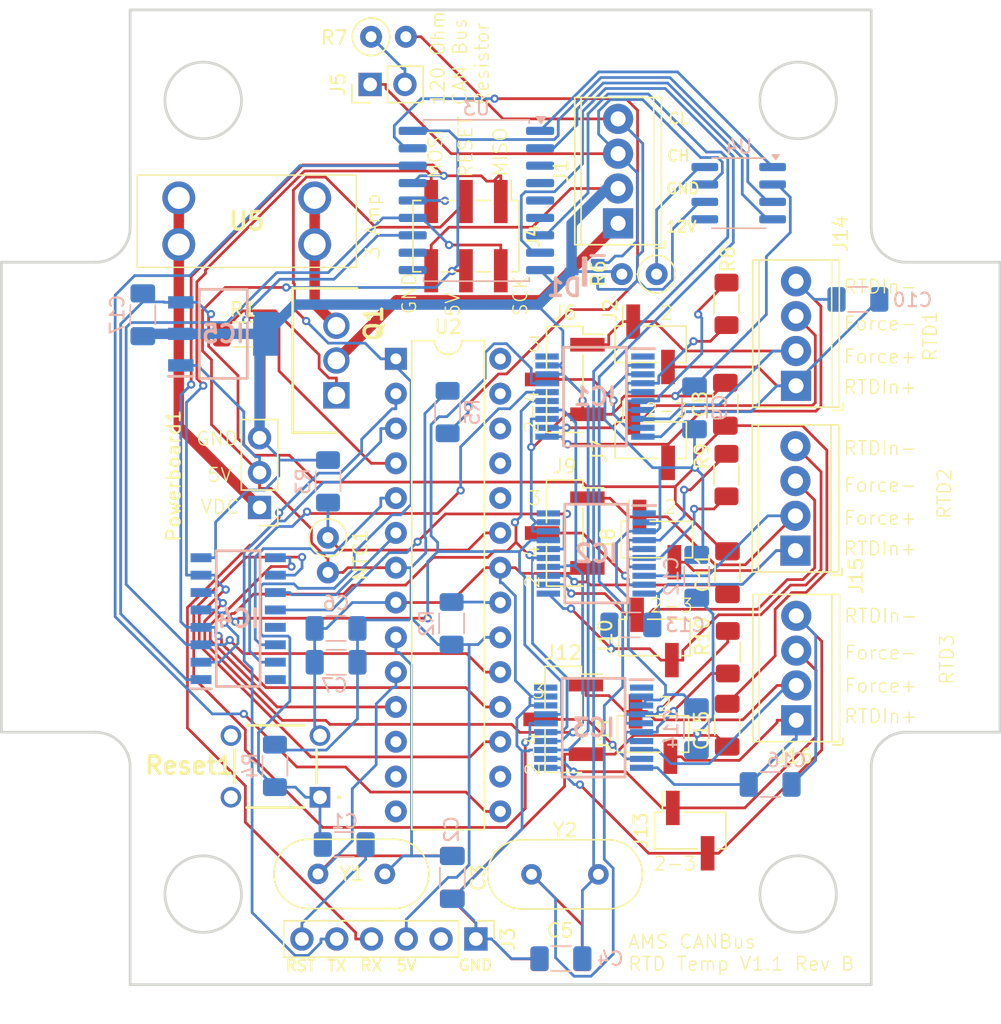
<source format=kicad_pcb>
(kicad_pcb (version 20240108) (generator "pcbnew") (generator_version "8.0")
  (layers (0 "F.Cu" signal) (31 "B.Cu" signal) (34 "B.Paste" user) (35 "F.Paste" user) (36 "B.SilkS" user "B.Silkscreen") (37 "F.SilkS" user "F.Silkscreen") (38 "B.Mask" user) (39 "F.Mask" user) (44 "Edge.Cuts" user))
  (net 0 "")
  (net 1 "GND")
  (net 2 "/BareMinAtmel328P/RESET")
  (net 3 "+5V")
  (net 4 "CANBUS_L")
  (net 5 "CANBUS_H")
  (net 6 "/MAX31865AAP+1/RTDIn+")
  (net 7 "/BareMinAtmel328P/PD0-RX")
  (net 8 "/BareMinAtmel328P/PD1-TX")
  (net 9 "+VDC")
  (net 10 "/BareMinAtmel328P/PC2-A2")
  (net 11 "/BareMinAtmel328P/PD4-D4")
  (net 12 "/BareMinAtmel328P/PB0-D8")
  (net 13 "/BareMinAtmel328P/PC4-A4-SDA")
  (net 14 "/BareMinAtmel328P/PD7-D7")
  (net 15 "/BareMinAtmel328P/PD6-D6")
  (net 16 "/BareMinAtmel328P/PC1-A1")
  (net 17 "/BareMinAtmel328P/PB2-D10-SS")
  (net 18 "/BareMinAtmel328P/PC5-A5-SCL")
  (net 19 "/BareMinAtmel328P/PD3-D3")
  (net 20 "/BareMinAtmel328P/PD5-D5")
  (net 21 "/BareMinAtmel328P/PC3-A3")
  (net 22 "/BareMinAtmel328P/PC0-A0")
  (net 23 "Net-(Q1-Pad1)")
  (net 24 "Net-(Q1-Pad3)")
  (net 25 "/BareMinAtmel328P/AREF")
  (net 28 "/BareMinAtmel328P/PB1-D9")
  (net 29 "/BareMinAtmel328P/PD2-D2")
  (net 30 "/CANBUS-MCP2515/RXtoCANTC")
  (net 31 "/CANBUS-MCP2515/TXtoCANTC")
  (net 32 "Net-(J3-Pin_6)")
  (net 33 "Net-(U2-XTAL1{slash}PB6)")
  (net 34 "Net-(U2-XTAL2{slash}PB7)")
  (net 35 "Net-(U3-OSC2)")
  (net 36 "Net-(U3-OSC1)")
  (net 37 "Net-(J1-Pin_1)")
  (net 39 "Net-(J5-Pin_2)")
  (net 40 "Net-(U3-~{RESET})")
  (net 41 "Net-(U4-Rs)")
  (net 49 "/MAX31865AAP+1/RTDin-")
  (net 50 "/MAX31865AAP+2/RTDIn+")
  (net 51 "/MAX31865AAP+2/RTDin-")
  (net 52 "/MAX31865AAP+3/RTDIn+")
  (net 53 "/MAX31865AAP+3/RTDin-")
  (net 54 "+3.3V")
  (net 56 "/MAX31865AAP+1/MOSI3v")
  (net 57 "Net-(IC1-BIAS)")
  (net 58 "/MAX31865AAP+1/SLC3v")
  (net 59 "/MAX31865AAP+1/CS3v")
  (net 60 "Net-(IC1-FORCE2)")
  (net 61 "Net-(IC1-ISENSOR)")
  (net 63 "/MAX31865AAP+1/MISO3v")
  (net 64 "/MAX31865AAP+1/FORCE+")
  (net 65 "/MAX31865AAP+1/FORCE-")
  (net 68 "/MAX31865AAP+2/CS3v")
  (net 69 "Net-(IC2-ISENSOR)")
  (net 70 "Net-(IC2-BIAS)")
  (net 71 "/MAX31865AAP+2/FORCE+")
  (net 72 "/MAX31865AAP+2/FORCE-")
  (net 73 "Net-(IC2-FORCE2)")
  (net 74 "/MAX31865AAP+3/CS3v")
  (net 75 "/MAX31865AAP+3/FORCE+")
  (net 76 "/MAX31865AAP+3/FORCE-")
  (net 78 "Net-(IC3-BIAS)")
  (net 79 "Net-(IC3-FORCE2)")
  (net 80 "Net-(IC3-ISENSOR)")
  (net 82 "MOSI")
  (net 84 "MISO")
  (net 85 "CLK")
  (footprint "Connector_PinHeader_2.54mm:PinHeader_1x02_P2.54mm_Vertical_SMD_Pin1Right" (layer "F.Cu") (at 159.5213 80.6996 90)
    (property "Reference" "J2")
    (property "Value" "Conn_01x02")
  )
  (footprint "Capacitor_SMD:C_1206_3216Metric_Pad1.33x1.80mm_HandSolder" (layer "F.Cu") (at 145.0398 119.5882 -90)
    (property "Reference" "C3")
    (property "Value" "22pf")
  )
  (footprint "Connector_PinHeader_2.54mm:PinHeader_1x02_P2.54mm_Vertical_SMD_Pin1Right" (layer "F.Cu") (at 159.8044 102.0914 90)
    (property "Reference" "J10")
    (property "Value" "Conn_01x02")
  )
  (footprint "Resistor_SMD:R_1206_3216Metric_Pad1.30x1.75mm_HandSolder" (layer "F.Cu") (at 129.7602 79.9853)
    (property "Reference" "R1")
    (property "Value" "10k")
  )
  (footprint "Capacitor_SMD:C_1206_3216Metric_Pad1.33x1.80mm_HandSolder" (layer "F.Cu") (at 164.9778 85.0757 90)
    (property "Reference" "C8")
    (property "Value" "0.33uF")
  )
  (footprint "Resistor_SMD:R_1206_3216Metric_Pad1.30x1.75mm_HandSolder" (layer "F.Cu") (at 165.1548 103.1675 -90)
    (property "Reference" "R10")
    (property "Value" "430")
  )
  (footprint "Resistor_THT:R_Axial_DIN0207_L6.3mm_D2.5mm_P2.54mm_Vertical" (layer "F.Cu") (at 139.1161 58.2607)
    (property "Reference" "R7")
    (property "Value" "120")
  )
  (footprint "TerminalBlock_Phoenix:TerminalBlock_Phoenix_MPT-0,5-4-2.54_1x04_P2.54mm_Horizontal" (layer "F.Cu") (at 157.148 71.8728 90)
    (property "Reference" "J1")
    (property "Value" "Power_And_CAN")
  )
  (footprint "Resistor_THT:R_Axial_DIN0207_L6.3mm_D2.5mm_P2.54mm_Vertical" (layer "F.Cu") (at 135.9656 94.8095 -90)
    (property "Reference" "NTC1")
    (property "Value" "10k")
  )
  (footprint "Connector_PinHeader_2.54mm:PinHeader_1x06_P2.54mm_Vertical" (layer "F.Cu") (at 146.7673 124.0947 -90)
    (property "Reference" "J3")
    (property "Value" "TTL_Programmer")
  )
  (footprint "TerminalBlock_Phoenix:TerminalBlock_Phoenix_MPT-0,5-4-2.54_1x04_P2.54mm_Horizontal" (layer "F.Cu") (at 170.0963 95.7547 90)
    (property "Reference" "J15")
    (property "Value" "RTD2")
  )
  (footprint "Resistor_SMD:R_1206_3216Metric_Pad1.30x1.75mm_HandSolder" (layer "F.Cu") (at 165.0625 90.2417 -90)
    (property "Reference" "R9")
    (property "Value" "430")
  )
  (footprint "Connector_PinHeader_2.54mm:PinHeader_1x02_P2.54mm_Vertical_SMD_Pin1Right" (layer "F.Cu") (at 159.532 87.6975 90)
    (property "Reference" "J7")
    (property "Value" "Conn_01x02")
  )
  (footprint "SamacSys_Parts:3568" (layer "F.Cu") (at 134.9995 70.018 180)
    (property "Reference" "U5")
    (property "Value" "3568" (hide yes))
  )
  (footprint "Connector_PinHeader_2.54mm:PinHeader_1x02_P2.54mm_Vertical_SMD_Pin1Right" (layer "F.Cu") (at 159.9857 94.9454 90)
    (property "Reference" "J8")
    (property "Value" "Conn_01x02")
  )
  (footprint "Capacitor_SMD:C_1206_3216Metric_Pad1.33x1.80mm_HandSolder" (layer "F.Cu") (at 165.1171 108.4934 -90)
    (property "Reference" "C15")
    (property "Value" "0.33uF")
  )
  (footprint "Resistor_THT:R_Axial_DIN0207_L6.3mm_D2.5mm_P2.54mm_Vertical" (layer "F.Cu") (at 159.9629 75.5823 180)
    (property "Reference" "R6")
    (property "Value" "17k")
  )
  (footprint "TerminalBlock_Phoenix:TerminalBlock_Phoenix_MPT-0,5-4-2.54_1x04_P2.54mm_Horizontal" (layer "F.Cu") (at 170.1401 83.7272 90)
    (property "Reference" "J14")
    (property "Value" "RTD1")
  )
  (footprint "TerminalBlock_Phoenix:TerminalBlock_Phoenix_MPT-0,5-4-2.54_1x04_P2.54mm_Horizontal" (layer "F.Cu") (at 170.1571 108.1316 90)
    (property "Reference" "J16")
    (property "Value" "RTD3")
  )
  (footprint "Connector_PinHeader_2.54mm:PinHeader_1x03_P2.54mm_Vertical" (layer "F.Cu") (at 130.9763 92.6026 180)
    (property "Reference" "Powerboard1")
    (property "Value" "Conn_01x03" (hide yes))
  )
  (footprint "Connector_PinHeader_2.54mm:PinHeader_2x03_P2.54mm_Vertical_SMD" (layer "F.Cu") (at 146.0451 72.807 -90)
    (property "Reference" "J4")
    (property "Value" "ICSP")
  )
  (footprint "Connector_PinHeader_2.54mm:PinHeader_1x03_P2.54mm_Vertical_SMD_Pin1Right" (layer "F.Cu") (at 153.2524 94.473)
    (property "Reference" "J9")
    (property "Value" "Conn_01x03")
  )
  (footprint "Package_DIP:DIP-28_W7.62mm" (layer "F.Cu") (at 140.9295 81.7618)
    (property "Reference" "U2")
    (property "Value" "ATmega328P-P")
  )
  (footprint "Connector_PinHeader_2.54mm:PinHeader_1x02_P2.54mm_Vertical" (layer "F.Cu") (at 139.0496 61.7385 90)
    (property "Reference" "J5")
    (property "Value" "Conn_01x02")
  )
  (footprint "SamacSys_Parts:TO254P469X1042X1967-3P" (layer "F.Cu") (at 136.586 84.4236 90)
    (property "Reference" "Q1")
    (property "Value" "IRF9Z34NPBF" (hide yes))
  )
  (footprint "Resistor_SMD:R_1206_3216Metric_Pad1.30x1.75mm_HandSolder" (layer "F.Cu") (at 165.0642 77.7476 90)
    (property "Reference" "R8")
    (property "Value" "430")
  )
  (footprint "Crystal:Crystal_HC49-U_Vertical" (layer "F.Cu") (at 150.8321 119.3744)
    (property "Reference" "Y2")
    (property "Value" "16MHz")
  )
  (footprint "SamacSys_Parts:TS0266160BK260LCRD" (layer "F.Cu") (at 135.3853 113.7525 180)
    (property "Reference" "Reset1")
    (property "Value" "TS02-66-160-BK-260-LCR-D" (hide yes))
  )
  (footprint "Connector_PinHeader_2.54mm:PinHeader_1x03_P2.54mm_Vertical_SMD_Pin1Right" (layer "F.Cu") (at 153.2547 83.2668)
    (property "Reference" "J6")
    (property "Value" "Conn_01x03")
  )
  (footprint "Capacitor_SMD:C_1206_3216Metric_Pad1.33x1.80mm_HandSolder" (layer "F.Cu") (at 152.9705 125.5417 180)
    (property "Reference" "C5")
    (property "Value" "22pf")
  )
  (footprint "Capacitor_SMD:C_1206_3216Metric_Pad1.33x1.80mm_HandSolder" (layer "F.Cu") (at 165.1377 97.3696 -90)
    (property "Reference" "C11")
    (property "Value" "0.33uF")
  )
  (footprint "Crystal:Crystal_HC49-U_Vertical" (layer "F.Cu") (at 135.2413 119.3453)
    (property "Reference" "Y1")
    (property "Value" "16MHz")
  )
  (footprint "Connector_PinHeader_2.54mm:PinHeader_1x03_P2.54mm_Vertical_SMD_Pin1Right" (layer "F.Cu") (at 153.1457 108.0685)
    (property "Reference" "J12")
    (property "Value" "Conn_01x03")
  )
  (footprint "Connector_PinHeader_2.54mm:PinHeader_1x02_P2.54mm_Vertical_SMD_Pin1Right" (layer "F.Cu") (at 159.6983 109.1396 90)
    (property "Reference" "J11")
    (property "Value" "Conn_01x02")
  )
  (footprint "Connector_PinHeader_2.54mm:PinHeader_1x02_P2.54mm_Vertical_SMD_Pin1Right" (layer "F.Cu") (at 162.4152 116.1833 90)
    (property "Reference" "J13")
    (property "Value" "Conn_01x02")
  )
  (footprint "Capacitor_SMD:C_1206_3216Metric_Pad1.33x1.80mm_HandSolder" (layer "B.Cu") (at 122.4525 78.5456 90)
    (property "Reference" "C17")
    (property "Value" "22uf")
  )
  (footprint "Capacitor_SMD:C_1206_3216Metric_Pad1.33x1.80mm_HandSolder" (layer "B.Cu") (at 145.0463 119.6007 -90)
    (property "Reference" "C2")
    (property "Value" "22pf")
  )
  (footprint "Package_SO:SOIC-8_3.9x4.9mm_P1.27mm" (layer "B.Cu") (at 165.9548 69.674 180)
    (property "Reference" "U4")
    (property "Value" "MCP2551-I-SN")
  )
  (footprint "SamacSys_Parts:SOP65P778X199-20N" (layer "B.Cu") (at 155.5548 95.9667 180)
    (property "Reference" "IC2")
    (property "Value" "MAX31865AAP+" (hide yes))
  )
  (footprint "Capacitor_SMD:C_1206_3216Metric_Pad1.33x1.80mm_HandSolder" (layer "B.Cu") (at 174.657051 77.425242)
    (property "Reference" "C10")
    (property "Value" "100nF")
  )
  (footprint "Resistor_SMD:R_1206_3216Metric_Pad1.30x1.75mm_HandSolder" (layer "B.Cu") (at 132.0964 111.4623 -90)
    (property "Reference" "R4")
    (property "Value" "10k")
  )
  (footprint "Capacitor_SMD:C_1206_3216Metric_Pad1.33x1.80mm_HandSolder" (layer "B.Cu") (at 162.7298 85.3347 90)
    (property "Reference" "C9")
    (property "Value" "0.33uF")
  )
  (footprint "Capacitor_SMD:C_1206_3216Metric_Pad1.33x1.80mm_HandSolder" (layer "B.Cu") (at 152.9811 125.5261 180)
    (property "Reference" "C4")
    (property "Value" "22pf")
  )
  (footprint "Package_SO:SOIC-18W_7.5x11.6mm_P1.27mm" (layer "B.Cu") (at 146.8051 70.207 180)
    (property "Reference" "U3")
    (property "Value" "MCP2515-xSO")
  )
  (footprint "Resistor_SMD:R_1206_3216Metric_Pad1.30x1.75mm_HandSolder" (layer "B.Cu") (at 144.703 85.6468 90)
    (property "Reference" "R5")
    (property "Value" "10k")
  )
  (footprint "Resistor_SMD:R_1206_3216Metric_Pad1.30x1.75mm_HandSolder" (layer "B.Cu") (at 135.973 90.6987 -90)
    (property "Reference" "R3")
    (property "Value" "10k")
  )
  (footprint "SamacSys_Parts:SOP65P778X199-20N" (layer "B.Cu") (at 155.364 108.6758 180)
    (property "Reference" "IC3")
    (property "Value" "MAX31865AAP+" (hide yes))
  )
  (footprint "Capacitor_SMD:C_1206_3216Metric_Pad1.33x1.80mm_HandSolder" (layer "B.Cu") (at 137.1546 117.1997 180)
    (property "Reference" "C1")
    (property "Value" "100nf")
  )
  (footprint "SamacSys_Parts:SOIC127P600X175-16N" (layer "B.Cu") (at 129.414 100.7186)
    (property "Reference" "IC4")
    (property "Value" "CD74HC4050ME4" (hide yes))
  )
  (footprint "Resistor_SMD:R_1206_3216Metric_Pad1.30x1.75mm_HandSolder" (layer "B.Cu") (at 144.9956 101.059 -90)
    (property "Reference" "R2")
    (property "Value" "4.7k")
  )
  (footprint "SamacSys_Parts:SOP65P778X199-20N" (layer "B.Cu") (at 155.463 84.5162 180)
    (property "Reference" "IC1")
    (property "Value" "MAX31865AAP+" (hide yes))
  )
  (footprint "Capacitor_SMD:C_1206_3216Metric_Pad1.33x1.80mm_HandSolder" (layer "B.Cu") (at 162.8897 97.6286 -90)
    (property "Reference" "C12")
    (property "Value" "0.33uF")
  )
  (footprint "SamacSys_Parts:SOT230P700X180-4N" (layer "B.Cu") (at 128.3273 79.9385)
    (property "Reference" "IC5")
    (property "Value" "AZ1117CH2-3.3TRG1" (hide yes))
  )
  (footprint "Capacitor_SMD:C_1206_3216Metric_Pad1.33x1.80mm_HandSolder" (layer "B.Cu") (at 136.5636 103.9015 180)
    (property "Reference" "C7")
    (property "Value" "100nf")
  )
  (footprint "Capacitor_SMD:C_1206_3216Metric_Pad1.33x1.80mm_HandSolder" (layer "B.Cu") (at 158.0835 101.1754)
    (property "Reference" "C13")
    (property "Value" "100nF")
  )
  (footprint "SamacSys_Parts:SOT65P210X110-3N" (layer "B.Cu") (at 154.7059 75.3941 180)
    (property "Reference" "D1")
    (property "Value" "PESD5V0L2UU,115" (hide yes))
  )
  (footprint "Capacitor_SMD:C_1206_3216Metric_Pad1.33x1.80mm_HandSolder" (layer "B.Cu") (at 136.5599 101.4316 180)
    (property "Reference" "C6")
    (property "Value" "100nf")
  )
  (footprint "Capacitor_SMD:C_1206_3216Metric_Pad1.33x1.80mm_HandSolder" (layer "B.Cu") (at 162.8691 108.7524 -90)
    (property "Reference" "C14")
    (property "Value" "0.33uF")
  )
  (footprint "Capacitor_SMD:C_1206_3216Metric_Pad1.33x1.80mm_HandSolder" (layer "B.Cu") (at 168.2486 112.8194 180)
    (property "Reference" "C16")
    (property "Value" "100nF")
  )
  (gr_curve (pts (xy 175.629317 111.545738) (xy 175.629317 110.142934) (xy 176.766514 109.005738) (xy 178.169317 109.005738)) (stroke (width 0.2)) (layer "Edge.Cuts"))
  (gr_line (start 121.5273 56.300729) (end 121.5273 72.175733) (stroke (width 0.2)) (layer "Edge.Cuts"))
  (gr_curve (pts (xy 118.9873 109.005738) (xy 120.390104 109.005738) (xy 121.5273 110.142934) (xy 121.5273 111.545738)) (stroke (width 0.2)) (layer "Edge.Cuts"))
  (gr_circle (center 170.295309 62.904725) (end 173.089309 62.904725) (stroke (width 0.2)) (fill none) (layer "Edge.Cuts"))
  (gr_line (start 175.629317 127.420721) (end 175.629317 111.545738) (stroke (width 0.2)) (layer "Edge.Cuts"))
  (gr_line (start 185.0273 74.715733) (end 178.169317 74.715733) (stroke (width 0.2)) (layer "Edge.Cuts"))
  (gr_curve (pts (xy 121.5273 72.175733) (xy 121.5273 73.578537) (xy 120.390104 74.715733) (xy 118.9873 74.715733)) (stroke (width 0.2)) (layer "Edge.Cuts"))
  (gr_line (start 121.5273 111.545738) (end 121.5273 127.420721) (stroke (width 0.2)) (layer "Edge.Cuts"))
  (gr_line (start 112.129317 74.715733) (end 112.129317 109.005738) (stroke (width 0.2)) (layer "Edge.Cuts"))
  (gr_line (start 121.5273 127.420721) (end 175.629317 127.420721) (stroke (width 0.2)) (layer "Edge.Cuts"))
  (gr_circle (center 170.295309 120.816725) (end 173.089309 120.816725) (stroke (width 0.2)) (fill none) (layer "Edge.Cuts"))
  (gr_line (start 175.629317 56.300729) (end 121.5273 56.300729) (stroke (width 0.2)) (layer "Edge.Cuts"))
  (gr_line (start 178.169317 109.005738) (end 185.0273 109.005738) (stroke (width 0.2)) (layer "Edge.Cuts"))
  (gr_circle (center 126.861309 62.904725) (end 129.655309 62.904725) (stroke (width 0.2)) (fill none) (layer "Edge.Cuts"))
  (gr_line (start 185.0273 109.005738) (end 185.0273 74.715733) (stroke (width 0.2)) (layer "Edge.Cuts"))
  (gr_line (start 112.129317 109.005738) (end 118.9873 109.005738) (stroke (width 0.2)) (layer "Edge.Cuts"))
  (gr_line (start 118.9873 74.715733) (end 112.129317 74.715733) (stroke (width 0.2)) (layer "Edge.Cuts"))
  (gr_circle (center 126.861309 120.816725) (end 129.655309 120.816725) (stroke (width 0.2)) (fill none) (layer "Edge.Cuts"))
  (gr_curve (pts (xy 178.169317 74.715733) (xy 176.766514 74.715733) (xy 175.629317 73.578537) (xy 175.629317 72.175733)) (stroke (width 0.2)) (layer "Edge.Cuts"))
  (gr_line (start 175.629317 72.175733) (end 175.629317 56.300729) (stroke (width 0.2)) (layer "Edge.Cuts"))
  (gr_text "GND" (at 142.490484 78.577179 90) (layer "F.SilkS") (effects (font (size 1 1) (thickness 0.1)) (justify left bottom)))
  (gr_text "120 Ohm \nCAN Bus \nResistor" (at 147.795716 63.344447 90) (layer "F.SilkS") (effects (font (size 1 1) (thickness 0.1)) (justify left bottom)))
  (gr_text "Force-" (at 173.598164 103.788532 0) (layer "F.SilkS") (effects (font (size 1 1) (thickness 0.1)) (justify left bottom)))
  (gr_text "3" (at 150.514768 92.519042 0) (layer "F.SilkS") (effects (font (size 1 1) (thickness 0.1)) (justify left bottom)))
  (gr_text "2" (at 160.157355 78.998741 0) (layer "F.SilkS") (effects (font (size 1 1) (thickness 0.1)) (justify left bottom)))
  (gr_text "RTDIn+" (at 173.532011 96.188088 0) (layer "F.SilkS") (effects (font (size 1 1) (thickness 0.1)) (justify left bottom)))
  (gr_text "RTD1" (at 180.509101 82.022161 90) (layer "F.SilkS") (effects (font (size 1 1) (thickness 0.1)) (justify left bottom)))
  (gr_text "2-3" (at 159.661722 119.175059 0) (layer "F.SilkS") (effects (font (size 1 1) (thickness 0.1)) (justify left bottom)))
  (gr_text "Force-" (at 173.545407 79.767266 0) (layer "F.SilkS") (effects (font (size 1 1) (thickness 0.1)) (justify left bottom)))
  (gr_text "Force-" (at 173.55582 91.551145 0) (layer "F.SilkS") (effects (font (size 1 1) (thickness 0.1)) (justify left bottom)))
  (gr_text "RTDIn+" (at 173.521598 84.404209 0) (layer "F.SilkS") (effects (font (size 1 1) (thickness 0.1)) (justify left bottom)))
  (gr_text "Force+" (at 173.598164 106.195607 0) (layer "F.SilkS") (effects (font (size 1 1) (thickness 0.1)) (justify left bottom)))
  (gr_text "Force+" (at 173.55582 93.95822 0) (layer "F.SilkS") (effects (font (size 1 1) (thickness 0.1)) (justify left bottom)))
  (gr_text "CH" (at 160.638887 67.408059 0) (layer "F.SilkS") (effects (font (size 0.8 0.8) (thickness 0.15) (bold yes)) (justify left bottom)))
  (gr_text "CL" (at 160.718628 64.696854 0) (layer "F.SilkS") (effects (font (size 0.8 0.8) (thickness 0.15) (bold yes)) (justify left bottom)))
  (gr_text "3" (at 150.805651 106.604841 0) (layer "F.SilkS") (effects (font (size 1 1) (thickness 0.1)) (justify left bottom)))
  (gr_text "SCK" (at 150.595068 78.714346 90) (layer "F.SilkS") (effects (font (size 1 1) (thickness 0.1)) (justify left bottom)))
  (gr_text "2-4" (at 151.490492 112.22481 90) (layer "F.SilkS") (effects (font (size 1 1) (thickness 0.1)) (justify left bottom)))
  (gr_text "GND" (at 145.415536 126.480591 0) (layer "F.SilkS") (effects (font (size 0.8 0.8) (thickness 0.15) (bold yes)) (justify left bottom)))
  (gr_text "RTDIn-" (at 173.532011 88.86349 0) (layer "F.SilkS") (effects (font (size 1 1) (thickness 0.1)) (justify left bottom)))
  (gr_text "RTDIn-" (at 173.521598 77.079611 0) (layer "F.SilkS") (effects (font (size 1 1) (thickness 0.1)) (justify left bottom)))
  (gr_text "RST" (at 132.791712 126.507341 0) (layer "F.SilkS") (effects (font (size 0.8 0.8) (thickness 0.15) (bold yes)) (justify left bottom)))
  (gr_text "5V" (at 140.87107 126.507341 0) (layer "F.SilkS") (effects (font (size 0.8 0.8) (thickness 0.15) (bold yes)) (justify left bottom)))
  (gr_text "3" (at 150.512052 81.303695 0) (layer "F.SilkS") (effects (font (size 1 1) (thickness 0.1)) (justify left bottom)))
  (gr_text "MOSI" (at 144.39639 68.697574 90) (layer "F.SilkS") (effects (font (size 1 1) (thickness 0.1)) (justify left bottom)))
  (gr_text "2-3" (at 159.040869 86.102415 0) (layer "F.SilkS") (effects (font (size 1 1) (thickness 0.1)) (justify left bottom)))
  (gr_text "GND" (at 160.559146 69.800299 0) (layer "F.SilkS") (effects (font (size 0.8 0.8) (thickness 0.15) (bold yes)) (justify left bottom)))
  (gr_text "RX" (at 138.25716 126.494835 0) (layer "F.SilkS") (effects (font (size 0.8 0.8) (thickness 0.15) (bold yes)) (justify left bottom)))
  (gr_text "GND" (at 126.269316 88.173773 0) (layer "F.SilkS") (effects (font (size 1 1) (thickness 0.1)) (justify left bottom)))
  (gr_text "2" (at 160.433105 93.170038 0) (layer "F.SilkS") (effects (font (size 1 1) (thickness 0.1)) (justify left bottom)))
  (gr_text "2" (at 160.053486 107.524836 0) (layer "F.SilkS") (effects (font (size 1 1) (thickness 0.1)) (justify left bottom)))
  (gr_text "RTDIn-" (at 173.574355 101.100877 0) (layer "F.SilkS") (effects (font (size 1 1) (thickness 0.1)) (justify left bottom)))
  (gr_text "2-3" (at 159.408954 100.353466 0) (layer "F.SilkS") (effects (font (size 1 1) (thickness 0.1)) (justify left bottom)))
  (gr_text "2-4" (at 151.429526 87.27627 90) (layer "F.SilkS") (effects (font (size 1 1) (thickness 0.1)) (justify left bottom)))
  (gr_text "TX" (at 135.830852 126.519848 0) (layer "F.SilkS") (effects (font (size 0.8 0.8) (thickness 0.15) (bold yes)) (justify left bottom)))
  (gr_text "12V" (at 160.559146 72.591246 0) (layer "F.SilkS") (effects (font (size 0.8 0.8) (thickness 0.15) (bold yes)) (justify left bottom)))
  (gr_text "AMS CANBus\nRTD Temp V1.1 Rev B" (at 157.808677 126.49158 0) (layer "F.SilkS") (effects (font (size 1 1) (thickness 0.1)) (justify left bottom)))
  (gr_text "5V" (at 127.091727 90.818777 0) (layer "F.SilkS") (effects (font (size 1 1) (thickness 0.1)) (justify left bottom)))
  (gr_text "3 Amp" (at 139.829903 74.55505 90) (layer "F.SilkS") (effects (font (size 1 1) (thickness 0.1)) (justify left bottom)))
  (gr_text "RTDIn+" (at 173.574355 108.425475 0) (layer "F.SilkS") (effects (font (size 1 1) (thickness 0.1)) (justify left bottom)))
  (gr_text "RTD3" (at 181.74494 105.61077 90) (layer "F.SilkS") (effects (font (size 1 1) (thickness 0.1)) (justify left bottom)))
  (gr_text "RTD2" (at 181.561498 93.520941 90) (layer "F.SilkS") (effects (font (size 1 1) (thickness 0.1)) (justify left bottom)))
  (gr_text "VDC" (at 126.604589 93.152572 0) (layer "F.SilkS") (effects (font (size 1 1) (thickness 0.1)) (justify left bottom)))
  (gr_text "MISO" (at 149.134678 68.555049 90) (layer "F.SilkS") (effects (font (size 1 1) (thickness 0.1)) (justify left bottom)))
  (gr_text "RESET" (at 146.592921 68.609515 90) (layer "F.SilkS") (effects (font (size 1 1) (thickness 0.1)) (justify left bottom)))
  (gr_text "Force+" (at 173.545407 82.174341 0) (layer "F.SilkS") (effects (font (size 1 1) (thickness 0.1)) (justify left bottom)))
  (gr_text "2-4" (at 151.480278 98.581065 90) (layer "F.SilkS") (effects (font (size 1 1) (thickness 0.1)) (justify left bottom)))
  (gr_text "5V" (at 145.665874 78.768812 90) (layer "F.SilkS") (effects (font (size 1 1) (thickness 0.1)) (justify left bottom)))
  (segment (start 165.1377 98.9321) (end 164.4656 98.26) (width 0.2) (layer "F.Cu") (net 1))
  (segment (start 153.353 85.8068) (end 150.9597 88.2001) (width 0.2) (layer "F.Cu") (net 1))
  (segment (start 150.8805 72.1587) (end 153.7064 69.3328) (width 0.2) (layer "F.Cu") (net 1))
  (segment (start 154.9074 97.4138) (end 150.0632 97.4138) (width 0.2) (layer "F.Cu") (net 1))
  (segment (start 146.7673 122.943) (end 145.0398 121.2155) (width 0.2) (layer "F.Cu") (net 1))
  (segment (start 164.4656 98.26) (end 155.1263 98.26) (width 0.2) (layer "F.Cu") (net 1))
  (segment (start 162.9356 109.2379) (end 162.9356 109.1201) (width 0.2) (layer "F.Cu") (net 1))
  (segment (start 155.1263 98.26) (end 154.9074 98.0411) (width 0.2) (layer "F.Cu") (net 1))
  (segment (start 130.9763 86.3709) (end 131.3102 86.037) (width 0.2) (layer "F.Cu") (net 1))
  (segment (start 154.9097 85.8068) (end 156.6983 85.8068) (width 0.2) (layer "F.Cu") (net 1))
  (segment (start 154.5612 85.377) (end 154.5612 84.8027) (width 0.2) (layer "F.Cu") (net 1))
  (segment (start 156.9107 110.6085) (end 158.2813 109.2379) (width 0.2) (layer "F.Cu") (net 1))
  (segment (start 154.1314 85.8068) (end 154.5612 85.377) (width 0.2) (layer "F.Cu") (net 1))
  (segment (start 151.408 125.5417) (end 149.366 125.5417) (width 0.2) (layer "F.Cu") (net 1))
  (segment (start 144.8017 72.1587) (end 150.8805 72.1587) (width 0.2) (layer "F.Cu") (net 1))
  (segment (start 156.6983 85.8068) (end 157.436 85.0691) (width 0.2) (layer "F.Cu") (net 1))
  (segment (start 154.9074 97.4138) (end 154.9074 98.0411) (width 0.2) (layer "F.Cu") (net 1))
  (segment (start 148.5495 97.0018) (end 147.4478 97.0018) (width 0.2) (layer "F.Cu") (net 1))
  (segment (start 157.436 85.0691) (end 157.436 84.6607) (width 0.2) (layer "F.Cu") (net 1))
  (segment (start 145.0398 121.1507) (end 153.244 112.9465) (width 0.2) (layer "F.Cu") (net 1))
  (segment (start 150.0632 97.4138) (end 149.6512 97.0018) (width 0.2) (layer "F.Cu") (net 1))
  (segment (start 144.9078 99.5418) (end 140.9295 99.5418) (width 0.2) (layer "F.Cu") (net 1))
  (segment (start 164.2991 109.2379) (end 165.1171 110.0559) (width 0.2) (layer "F.Cu") (net 1))
  (segment (start 158.2813 109.2379) (end 162.9356 109.2379) (width 0.2) (layer "F.Cu") (net 1))
  (segment (start 154.1314 85.8068) (end 153.353 85.8068) (width 0.2) (layer "F.Cu") (net 1))
  (segment (start 154.8007 110.6085) (end 156.9107 110.6085) (width 0.2) (layer "F.Cu") (net 1))
  (segment (start 164.9778 83.5132) (end 164.0159 84.4751) (width 0.2) (layer "F.Cu") (net 1))
  (segment (start 164.0159 84.4751) (end 161.3266 84.4751) (width 0.2) (layer "F.Cu") (net 1))
  (segment (start 143.5051 75.332) (end 143.5051 73.4553) (width 0.2) (layer "F.Cu") (net 1))
  (segment (start 150.9597 88.2001) (end 150.8108 88.2001) (width 0.2) (layer "F.Cu") (net 1))
  (segment (start 149.366 125.5417) (end 147.919 124.0947) (width 0.2) (layer "F.Cu") (net 1))
  (segment (start 153.7064 69.3328) (end 157.148 69.3328) (width 0.2) (layer "F.Cu") (net 1))
  (segment (start 130.9763 87.5226) (end 130.9763 86.3709) (width 0.2) (layer "F.Cu") (net 1))
  (segment (start 154.8007 110.6085) (end 153.244 110.6085) (width 0.2) (layer "F.Cu") (net 1))
  (segment (start 162.9356 109.2379) (end 164.2991 109.2379) (width 0.2) (layer "F.Cu") (net 1))
  (segment (start 147.4478 97.0018) (end 144.9078 99.5418) (width 0.2) (layer "F.Cu") (net 1))
  (segment (start 146.7673 124.0947) (end 147.919 124.0947) (width 0.2) (layer "F.Cu") (net 1))
  (segment (start 154.9074 98.0411) (end 153.9594 98.0411) (width 0.2) (layer "F.Cu") (net 1))
  (segment (start 153.244 112.9465) (end 153.244 110.6085) (width 0.2) (layer "F.Cu") (net 1))
  (segment (start 157.6216 84.4751) (end 161.3266 84.4751) (width 0.2) (layer "F.Cu") (net 1))
  (segment (start 146.7673 124.0947) (end 146.7673 122.943) (width 0.2) (layer "F.Cu") (net 1))
  (segment (start 149.1004 97.0018) (end 149.6512 97.0018) (width 0.2) (layer "F.Cu") (net 1))
  (segment (start 131.3102 86.037) (end 131.3102 79.9853) (width 0.2) (layer "F.Cu") (net 1))
  (segment (start 143.5051 73.4553) (end 144.8017 72.1587) (width 0.2) (layer "F.Cu") (net 1))
  (segment (start 157.436 84.6607) (end 157.6216 84.4751) (width 0.2) (layer "F.Cu") (net 1))
  (via (at 150.8108 88.2001) (size 0.6) (drill 0.3) (layers "F.Cu" "B.Cu") (net 1))
  (via (at 154.5612 84.8027) (size 0.6) (drill 0.3) (layers "F.Cu" "B.Cu") (net 1))
  (via (at 153.9594 98.0411) (size 0.6) (drill 0.3) (layers "F.Cu" "B.Cu") (net 1))
  (via (at 161.3266 84.4751) (size 0.6) (drill 0.3) (layers "F.Cu" "B.Cu") (net 1))
  (via (at 162.9356 109.1201) (size 0.6) (drill 0.3) (layers "F.Cu" "B.Cu") (net 1))
  (segment (start 135.8584 101.4353) (end 137.7519 99.5418) (width 0.2) (layer "B.Cu") (net 1))
  (segment (start 152.0568 97.5917) (end 153.51 97.5917) (width 0.2) (layer "B.Cu") (net 1))
  (segment (start 135.0011 103.9015) (end 135.0011 108.8683) (width 0.2) (layer "B.Cu") (net 1))
  (segment (start 150.712 107.0508) (end 150.7118 107.0508) (width 0.2) (layer "B.Cu") (net 1))
  (segment (start 150.8108 88.2001) (end 150.8108 86.1412) (width 0.2) (layer "B.Cu") (net 1))
  (segment (start 150.8108 93.345) (end 150.8108 88.2001) (width 0.2) (layer "B.Cu") (net 1))
  (segment (start 131.4273 79.9385) (end 133.5632 77.8026) (width 0.762) (layer "B.Cu") (net 1))
  (segment (start 154.9629 85.2044) (end 154.9629 108.8763) (width 0.2) (layer "B.Cu") (net 1))
  (segment (start 167.9732 74.2912) (end 169.7213 72.5431) (width 0.2) (layer "B.Cu") (net 1))
  (segment (start 122.6221 79.9385) (end 122.4525 80.1081) (width 0.762) (layer "B.Cu") (net 1))
  (segment (start 151.1575 93.6917) (end 150.9026 93.9466) (width 0.2) (layer "B.Cu") (net 1))
  (segment (start 150.1384 116.0711) (end 145.0463 121.1632) (width 0.2) (layer "B.Cu") (net 1))
  (segment (start 151.866 110.3008) (end 150.7118 110.3008) (width 0.2) (layer "B.Cu") (net 1))
  (segment (start 152.0568 94.3417) (end 150.9026 94.3417) (width 0.2) (layer "B.Cu") (net 1))
  (segment (start 135.0011 101.4353) (end 135.0011 103.9015) (width 0.2) (layer "B.Cu") (net 1))
  (segment (start 151.965 86.1412) (end 150.8108 86.1412) (width 0.2) (layer "B.Cu") (net 1))
  (segment (start 164.0795 107.9762) (end 164.0795 100.3809) (width 0.2) (layer "B.Cu") (net 1))
  (segment (start 150.1384 110.3706) (end 150.642 110.3706) (width 0.2) (layer "B.Cu") (net 1))
  (segment (start 157.2347 75.3941) (end 153.7559 75.3941) (width 0.2) (layer "B.Cu") (net 1))
  (segment (start 150.7133 107.0508) (end 150.712 107.0508) (width 0.2) (layer "B.Cu") (net 1))
  (segment (start 151.866 107.0508) (end 150.8127 107.0508) (width 0.2) (layer "B.Cu") (net 1))
  (segment (start 151.2127 77.8026) (end 153.1192 79.7091) (width 0.2) (layer "B.Cu") (net 1))
  (segment (start 162.9356 109.1201) (end 164.0795 107.9762) (width 0.2) (layer "B.Cu") (net 1))
  (segment (start 169.7213 69.9742) (end 168.7861 69.039) (width 0.2) (layer "B.Cu") (net 1))
  (segment (start 151.4551 75.287) (end 152.5515 76.3834) (width 0.2) (layer "B.Cu") (net 1))
  (segment (start 151.4797 93.6917) (end 151.1575 93.6917) (width 0.2) (layer "B.Cu") (net 1))
  (segment (start 150.7118 107.0508) (end 150.7118 106.5017) (width 0.2) (layer "B.Cu") (net 1))
  (segment (start 154.5612 84.8027) (end 154.5612 84.3332) (width 0.2) (layer "B.Cu") (net 1))
  (segment (start 156.326 69.3328) (end 157.148 69.3328) (width 0.762) (layer "B.Cu") (net 1))
  (segment (start 145.0463 121.1632) (end 146.7673 122.8842) (width 0.2) (layer "B.Cu") (net 1))
  (segment (start 152.5421 82.2412) (end 152.8643 82.2412) (width 0.2) (layer "B.Cu") (net 1))
  (segment (start 132.3822 88.9285) (end 130.9763 87.5226) (width 0.2) (layer "B.Cu") (net 1))
  (segment (start 130.1081 91.3327) (end 131.337 91.3327) (width 0.2) (layer "B.Cu") (net 1))
  (segment (start 162.8691 109.1866) (end 162.9356 109.1201) (width 0.2) (layer "B.Cu") (net 1))
  (segment (start 132.3822 89.1487) (end 135.973 89.1487) (width 0.2) (layer "B.Cu") (net 1))
  (segment (start 127.7662 96.2736) (end 127.7662 93.6746) (width 0.2) (layer "B.Cu") (net 1))
  (segment (start 152.2595 110.3008) (end 153.5384 110.3008) (width 0.2) (layer "B.Cu") (net 1))
  (segment (start 148.5495 98.1035) (end 148.6873 98.1035) (width 0.2) (layer "B.Cu") (net 1))
  (segment (start 164.0795 100.3809) (end 162.8897 99.1911) (width 0.2) (layer "B.Cu") (net 1))
  (segment (start 130.9763 87.5226) (end 130.9763 80.3895) (width 0.762) (layer "B.Cu") (net 1))
  (segment (start 151.866 106.4008) (end 150.8127 106.4008) (width 0.2) (layer "B.Cu") (net 1))
  (segment (start 131.4273 79.9385) (end 125.2273 79.9385) (width 0.762) (layer "B.Cu") (net 1))
  (segment (start 149.7612 109.9934) (end 150.1384 110.3706) (width 0.2) (layer "B.Cu") (net 1))
  (segment (start 149.3504 125.5261) (end 147.919 124.0947) (width 0.2) (layer "B.Cu") (net 1))
  (segment (start 169.7213 72.5431) (end 169.7213 69.9742) (width 0.2) (layer "B.Cu") (net 1))
  (segment (start 131.337 91.3327) (end 132.3822 90.2875) (width 0.2) (layer "B.Cu") (net 1))
  (segment (start 151.1575 93.6917) (end 150.8108 93.345) (width 0.2) (layer "B.Cu") (net 1))
  (segment (start 150.9026 93.9466) (end 150.9026 94.3417) (width 0.2) (layer "B.Cu") (net 1))
  (segment (start 125.2273 79.9385) (end 122.6221 79.9385) (width 0.762) (layer "B.Cu") (net 1))
  (segment (start 153.7559 71.9029) (end 156.326 69.3328) (width 0.762) (layer "B.Cu") (net 1))
  (segment (start 137.7519 99.5418) (end 140.9295 99.5418) (width 0.2) (layer "B.Cu") (net 1))
  (segment (start 154.5612 84.3332) (end 153.1192 82.8912) (width 0.2) (layer "B.Cu") (net 1))
  (segment (start 130.9763 80.3895) (end 131.4273 79.9385) (width 0.762) (layer "B.Cu") (net 1))
  (segment (start 127.7662 93.6746) (end 130.1081 91.3327) (width 0.2) (layer "B.Cu") (net 1))
  (segment (start 148.5495 97.0018) (end 148.5495 98.1035) (width 0.2) (layer "B.Cu") (net 1))
  (segment (start 149.7612 108.0016) (end 149.7612 109.9934) (width 0.2) (layer "B.Cu") (net 1))
  (segment (start 153.1192 79.7091) (end 153.1192 81.9863) (width 0.2) (layer "B.Cu") (net 1))
  (segment (start 151.965 82.8912) (end 153.1192 82.8912) (width 0.2) (layer "B.Cu") (net 1))
  (segment (start 150.1384 110.3706) (end 150.1384 116.0711) (width 0.2) (layer "B.Cu") (net 1))
  (segment (start 157.4229 75.5823) (end 157.2347 75.3941) (width 0.2) (layer "B.Cu") (net 1))
  (segment (start 152.8643 82.2412) (end 153.1192 82.4961) (width 0.2) (layer "B.Cu") (net 1))
  (segment (start 133.5632 77.8026) (end 151.3474 77.8026) (width 0.762) (layer "B.Cu") (net 1))
  (segment (start 162.7298 83.7722) (end 167.9732 78.5288) (width 0.2) (layer "B.Cu") (net 1))
  (segment (start 146.7673 124.0947) (end 147.919 124.0947) (width 0.2) (layer "B.Cu") (net 1))
  (segment (start 148.6873 98.1035) (end 149.6512 99.0674) (width 0.2) (layer "B.Cu") (net 1))
  (segment (start 151.4186 125.5261) (end 149.3504 125.5261) (width 0.2) (layer "B.Cu") (net 1))
  (segment (start 149.6512 99.0674) (end 149.6512 105.2393) (width 0.2) (layer "B.Cu") (net 1))
  (segment (start 132.3822 90.2875) (end 132.3822 89.1487) (width 0.2) (layer "B.Cu") (net 1))
  (segment (start 162.8691 110.3149) (end 162.8691 109.1866) (width 0.2) (layer "B.Cu") (net 1))
  (segment (start 154.9629 108.8763) (end 153.5384 110.3008) (width 0.2) (layer "B.Cu") (net 1))
  (segment (start 153.7559 75.3941) (end 153.7559 71.9029) (width 0.762) (layer "B.Cu") (net 1))
  (segment (start 151.3474 77.8026) (end 153.7559 75.3941) (width 0.762) (layer "B.Cu") (net 1))
  (segment (start 153.51 97.5917) (end 153.9594 98.0411) (width 0.2) (layer "B.Cu") (net 1))
  (segment (start 154.5612 84.8027) (end 154.9629 85.2044) (width 0.2) (layer "B.Cu") (net 1))
  (segment (start 153.1192 82.4961) (end 153.1192 82.8912) (width 0.2) (layer "B.Cu") (net 1))
  (segment (start 150.642 110.3706) (end 150.7118 110.3008) (width 0.2) (layer "B.Cu") (net 1))
  (segment (start 132.3822 89.1487) (end 132.3822 88.9285) (width 0.2) (layer "B.Cu") (net 1))
  (segment (start 153.1192 81.9863) (end 152.8643 82.2412) (width 0.2) (layer "B.Cu") (net 1))
  (segment (start 135.0011 101.4353) (end 135.8584 101.4353) (width 0.2) (layer "B.Cu") (net 1))
  (segment (start 150.8127 107.0508) (end 150.7133 107.0508) (width 0.2) (layer "B.Cu") (net 1))
  (segment (start 162.0295 83.7722) (end 161.3266 84.4751) (width 0.2) (layer "B.Cu") (net 1))
  (segment (start 146.7673 122.8842) (end 146.7673 124.0947) (width 0.2) (layer "B.Cu") (net 1))
  (segment (start 126.702 96.2736) (end 127.7662 96.2736) (width 0.2) (layer "B.Cu") (net 1))
  (segment (start 167.9732 78.5288) (end 167.9732 74.2912) (width 0.2) (layer "B.Cu") (net 1))
  (segment (start 149.6512 105.2393) (end 150.8127 106.4008) (width 0.2) (layer "B.Cu") (net 1))
  (segment (start 150.7118 106.5017) (end 150.8127 106.4008) (width 0.2) (layer "B.Cu") (net 1))
  (segment (start 150.712 107.0508) (end 149.7612 108.0016) (width 0.2) (layer "B.Cu") (net 1))
  (segment (start 144.1684 72.1587) (end 146.0451 70.282) (width 0.2) (layer "F.Cu") (net 2))
  (segment (start 133.4442 76.2264) (end 133.4442 69.4496) (width 0.2) (layer "F.Cu") (net 2))
  (segment (start 134.3933 68.5005) (end 135.786 68.5005) (width 0.2) (layer "F.Cu") (net 2))
  (segment (start 139.4442 72.1587) (end 144.1684 72.1587) (width 0.2) (layer "F.Cu") (net 2))
  (segment (start 133.4442 69.4496) (end 134.3933 68.5005) (width 0.2) (layer "F.Cu") (net 2))
  (segment (start 133.5223 78.1453) (end 133.5223 76.3045) (width 0.2) (layer "F.Cu") (net 2))
  (segment (start 133.5223 76.3045) (end 133.4442 76.2264) (width 0.2) (layer "F.Cu") (net 2))
  (segment (start 135.786 68.5005) (end 139.4442 72.1587) (width 0.2) (layer "F.Cu") (net 2))
  (segment (start 134.3789 79.0019) (end 133.5223 78.1453) (width 0.2) (layer "F.Cu") (net 2))
  (via (at 134.3789 79.0019) (size 0.6) (drill 0.3) (layers "F.Cu" "B.Cu") (net 2))
  (segment (start 133.8073 98.5043) (end 136.4349 98.5043) (width 0.2) (layer "B.Cu") (net 2))
  (segment (start 141.2828 93.1359) (end 142.0417 92.377) (width 0.2) (layer "B.Cu") (net 2))
  (segment (start 131.2453 98.179) (end 133.482 98.179) (width 0.2) (layer "B.Cu") (net 2))
  (segment (start 140.6434 93.1359) (end 141.2828 93.1359) (width 0.2) (layer "B.Cu") (net 2))
  (segment (start 142.0417 83.4248) (end 140.3787 81.7618) (width 0.2) (layer "B.Cu") (net 2))
  (segment (start 137.8853 97.0539) (end 137.8853 95.894) (width 0.2) (layer "B.Cu") (net 2))
  (segment (start 133.482 98.179) (end 133.8073 98.5043) (width 0.2) (layer "B.Cu") (net 2))
  (segment (start 135.9906 80.6136) (end 134.3789 79.0019) (width 0.2) (layer "B.Cu") (net 2))
  (segment (start 140.3787 81.7618) (end 139.8278 81.7618) (width 0.2) (layer "B.Cu") (net 2))
  (segment (start 142.0417 92.377) (end 142.0417 83.4248) (width 0.2) (layer "B.Cu") (net 2))
  (segment (start 133.5934 113.0123) (end 134.3336 113.7525) (width 0.2) (layer "B.Cu") (net 2))
  (segment (start 137.8853 95.894) (end 140.6434 93.1359) (width 0.2) (layer "B.Cu") (net 2))
  (segment (start 135.3853 113.7525) (end 134.3336 113.7525) (width 0.2) (layer "B.Cu") (net 2))
  (segment (start 131.2259 101.9886) (end 131.0618 101.8245) (width 0.2) (layer "B.Cu") (net 2))
  (segment (start 131.0618 98.3625) (end 131.2453 98.179) (width 0.2) (layer "B.Cu") (net 2))
  (segment (start 133.0592 101.9886) (end 131.2259 101.9886) (width 0.2) (layer "B.Cu") (net 2))
  (segment (start 131.0618 101.8245) (end 131.0618 98.3625) (width 0.2) (layer "B.Cu") (net 2))
  (segment (start 130.9004 111.8163) (end 130.9004 109.0341) (width 0.2) (layer "B.Cu") (net 2))
  (segment (start 133.1903 102.1197) (end 133.0592 101.9886) (width 0.2) (layer "B.Cu") (net 2))
  (segment (start 130.9004 109.0341) (end 133.1903 106.7442) (width 0.2) (layer "B.Cu") (net 2))
  (segment (start 139.8278 81.7618) (end 138.6796 80.6136) (width 0.2) (layer "B.Cu") (net 2))
  (segment (start 133.1903 106.7442) (end 133.1903 102.1197) (width 0.2) (layer "B.Cu") (net 2))
  (segment (start 132.0964 113.0123) (end 130.9004 111.8163) (width 0.2) (layer "B.Cu") (net 2))
  (segment (start 138.6796 80.6136) (end 135.9906 80.6136) (width 0.2) (layer "B.Cu") (net 2))
  (segment (start 132.0964 113.0123) (end 133.5934 113.0123) (width 0.2) (layer "B.Cu") (net 2))
  (segment (start 135.3853 116.9929) (end 135.3853 113.7525) (width 0.2) (layer "B.Cu") (net 2))
  (segment (start 136.4349 98.5043) (end 137.8853 97.0539) (width 0.2) (layer "B.Cu") (net 2))
  (segment (start 128.4702 76.5537) (end 126.8117 78.2122) (width 0.2) (layer "F.Cu") (net 3))
  (segment (start 131.8045 91.2143) (end 130.9763 91.2143) (width 0.2) (layer "F.Cu") (net 3))
  (segment (start 126.8117 81.1809) (end 127.4689 81.8381) (width 0.2) (layer "F.Cu") (net 3))
  (segment (start 137.415 97.0018) (end 137.0673 97.3495) (width 0.2) (layer "F.Cu") (net 3))
  (segment (start 126.8117 78.2122) (end 126.8117 81.1809) (width 0.2) (layer "F.Cu") (net 3))
  (segment (start 127.4689 86.5552) (end 130.9763 90.0626) (width 0.2) (layer "F.Cu") (net 3))
  (segment (start 130.9763 90.0626) (end 130.9763 91.2143) (width 0.2) (layer "F.Cu") (net 3))
  (segment (start 135.9656 97.3495) (end 137.0673 97.3495) (width 0.2) (layer "F.Cu") (net 3))
  (segment (start 146.0451 75.332) (end 145.0533 75.332) (width 0.2) (layer "F.Cu") (net 3))
  (segment (start 134.7596 95.163) (end 134.7596 94.1694) (width 0.2) (layer "F.Cu") (net 3))
  (segment (start 127.4689 81.8381) (end 127.4689 86.5552) (width 0.2) (layer "F.Cu") (net 3))
  (segment (start 140.9295 97.0018) (end 137.415 97.0018) (width 0.2) (layer "F.Cu") (net 3))
  (segment (start 135.9656 97.3495) (end 135.9656 96.2478) (width 0.2) (layer "F.Cu") (net 3))
  (segment (start 132.9206 76.5537) (end 128.4702 76.5537) (width 0.2) (layer "F.Cu") (net 3))
  (segment (start 134.7596 94.1694) (end 131.8045 91.2143) (width 0.2) (layer "F.Cu") (net 3))
  (segment (start 135.9656 96.2478) (end 135.8444 96.2478) (width 0.2) (layer "F.Cu") (net 3))
  (segment (start 135.8444 96.2478) (end 134.7596 95.163) (width 0.2) (layer "F.Cu") (net 3))
  (segment (start 145.0533 75.332) (end 145.0303 75.355) (width 0.2) (layer "F.Cu") (net 3))
  (via (at 145.0303 75.355) (size 0.6) (drill 0.3) (layers "F.Cu" "B.Cu") (net 3))
  (via (at 132.9206 76.5537) (size 0.6) (drill 0.3) (layers "F.Cu" "B.Cu") (net 3))
  (segment (start 143.0461 85.7537) (end 144.703 84.0968) (width 0.2) (layer "B.Cu") (net 3))
  (segment (start 140.9295 97.0018) (end 142.0312 97.0018) (width 0.2) (layer "B.Cu") (net 3))
  (segment (start 166.617 68.8409) (end 168.0851 70.309) (width 0.2) (layer "B.Cu") (net 3))
  (segment (start 143.8316 76.5537) (end 132.9206 76.5537) (width 0.2) (layer "B.Cu") (net 3))
  (segment (start 166.617 66.919) (end 166.617 68.8409) (width 0.2) (layer "B.Cu") (net 3))
  (segment (start 144.8099 65.127) (end 145.4449 65.762) (width 0.2) (layer "B.Cu") (net 3))
  (segment (start 143.1111 94.8595) (end 143.0461 94.7945) (width 0.2) (layer "B.Cu") (net 3))
  (segment (start 130.9763 90.0626) (end 130.9763 88.9109) (width 0.2) (layer "B.Cu") (net 3))
  (segment (start 152.7824 64.3506) (end 155.8993 61.2337) (width 0.2) (layer "B.Cu") (net 3))
  (segment (start 138.1261 108.0296) (end 135.8505 110.3052) (width 0.2) (layer "B.Cu") (net 3))
  (segment (start 129.8246 85.6091) (end 126.454 82.2385) (width 0.2) (layer "B.Cu") (net 3))
  (segment (start 160.9317 61.2337) (end 166.617 66.919) (width 0.2) (layer "B.Cu") (net 3))
  (segment (start 143.9984 102.609) (end 144.9956 102.609) (width 0.2) (layer "B.Cu") (net 3))
  (segment (start 138.1261 103.9015) (end 138.1261 108.0296) (width 0.2) (layer "B.Cu") (net 3))
  (segment (start 144.9956 102.609) (end 146.2732 102.609) (width 0.2) (layer "B.Cu") (net 3))
  (segment (start 146.2732 102.609) (end 146.2732 118.6846) (width 0.2) (layer "B.Cu") (net 3))
  (segment (start 138.7459 100.8118) (end 138.1261 101.4316) (width 0.2) (layer "B.Cu") (net 3))
  (segment (start 129.8246 88.0472) (end 129.8246 85.6091) (width 0.2) (layer "B.Cu") (net 3))
  (segment (start 142.0312 100.6418) (end 141.8612 100.8118) (width 0.2) (layer "B.Cu") (net 3))
  (segment (start 152.49 65.762) (end 152.7824 65.4696) (width 0.2) (layer "B.Cu") (net 3))
  (segment (start 155.8993 61.2337) (end 160.9317 61.2337) (width 0.2) (layer "B.Cu") (net 3))
  (segment (start 141.8612 100.8118) (end 138.7459 100.8118) (width 0.2) (layer "B.Cu") (net 3))
  (segment (start 146.2732 102.609) (end 146.9206 102.609) (width 0.2) (layer "B.Cu") (net 3))
  (segment (start 145.4449 65.762) (end 152.49 65.762) (width 0.2) (layer "B.Cu") (net 3))
  (segment (start 146.2732 118.6846) (end 145.3571 119.6007) (width 0.2) (layer "B.Cu") (net 3))
  (segment (start 142.0312 100.6418) (end 143.9984 102.609) (width 0.2) (layer "B.Cu") (net 3))
  (segment (start 130.9763 88.9109) (end 130.6883 88.9109) (width 0.2) (layer "B.Cu") (net 3))
  (segment (start 135.8505 110.3052) (end 132.4893 110.3052) (width 0.2) (layer "B.Cu") (net 3))
  (segment (start 145.0303 75.355) (end 143.8316 76.5537) (width 0.2) (layer "B.Cu") (net 3))
  (segment (start 138.1261 101.4316) (end 138.1261 103.9015) (width 0.2) (layer "B.Cu") (net 3))
  (segment (start 144.7442 119.6007) (end 141.6873 122.6576) (width 0.2) (layer "B.Cu") (net 3))
  (segment (start 125.2273 82.2385) (end 126.454 82.2385) (width 0.2) (layer "B.Cu") (net 3))
  (segment (start 142.0312 97.0018) (end 142.0312 100.6418) (width 0.2) (layer "B.Cu") (net 3))
  (segment (start 148.5495 102.0818) (end 147.4478 102.0818) (width 0.2) (layer "B.Cu") (net 3))
  (segment (start 145.4449 65.762) (end 145.4449 74.9404) (width 0.2) (layer "B.Cu") (net 3))
  (segment (start 146.9206 102.609) (end 147.4478 102.0818) (width 0.2) (layer "B.Cu") (net 3))
  (segment (start 143.0461 94.7945) (end 143.0461 85.7537) (width 0.2) (layer "B.Cu") (net 3))
  (segment (start 142.0312 97.0018) (end 143.1111 95.9219) (width 0.2) (layer "B.Cu") (net 3))
  (segment (start 145.3571 119.6007) (end 144.7442 119.6007) (width 0.2) (layer "B.Cu") (net 3))
  (segment (start 130.6883 88.9109) (end 129.8246 88.0472) (width 0.2) (layer "B.Cu") (net 3))
  (segment (start 142.1551 65.127) (end 144.8099 65.127) (width 0.2) (layer "B.Cu") (net 3))
  (segment (start 141.6873 122.6576) (end 141.6873 124.0947) (width 0.2) (layer "B.Cu") (net 3))
  (segment (start 143.1111 95.9219) (end 143.1111 94.8595) (width 0.2) (layer "B.Cu") (net 3))
  (segment (start 152.7824 65.4696) (end 152.7824 64.3506) (width 0.2) (layer "B.Cu") (net 3))
  (segment (start 145.4449 74.9404) (end 145.0303 75.355) (width 0.2) (layer "B.Cu") (net 3))
  (segment (start 157.148 64.2528) (end 148.7499 64.2528) (width 0.2) (layer "F.Cu") (net 4))
  (segment (start 148.7499 64.2528) (end 142.7578 58.2607) (width 0.2) (layer "F.Cu") (net 4))
  (segment (start 141.6561 58.2607) (end 142.7578 58.2607) (width 0.2) (layer "F.Cu") (net 4))
  (segment (start 161.1155 72.3099) (end 161.1155 75.9939) (width 0.2) (layer "B.Cu") (net 4))
  (segment (start 158.9535 66.0583) (end 158.9535 73.902) (width 0.2) (layer "B.Cu") (net 4))
  (segment (start 159.2186 76.6883) (end 158.5533 76.023) (width 0.2) (layer "B.Cu") (net 4))
  (segment (start 158.5533 76.023) (end 157.8844 76.6919) (width 0.2) (layer "B.Cu") (net 4))
  (segment (start 158.5533 74.3022) (end 158.5533 76.023) (width 0.2) (layer "B.Cu") (net 4))
  (segment (start 158.9535 73.902) (end 158.5533 74.3022) (width 0.2) (layer "B.Cu") (net 4))
  (segment (start 157.8844 76.6919) (end 155.727 76.6919) (width 0.2) (layer "B.Cu") (net 4))
  (segment (start 155.6559 76.0441) (end 155.6559 76.6208) (width 0.2) (layer "B.Cu") (net 4))
  (segment (start 161.1155 75.9939) (end 160.4211 76.6883) (width 0.2) (layer "B.Cu") (net 4))
  (segment (start 157.148 64.2528) (end 158.9535 66.0583) (width 0.2) (layer "B.Cu") (net 4))
  (segment (start 160.4211 76.6883) (end 159.2186 76.6883) (width 0.2) (layer "B.Cu") (net 4))
  (segment (start 163.1164 70.309) (end 161.1155 72.3099) (width 0.2) (layer "B.Cu") (net 4))
  (segment (start 155.727 76.6919) (end 155.6559 76.6208) (width 0.2) (layer "B.Cu") (net 4))
  (segment (start 157.148 66.7928) (end 144.9677 66.7928) (width 0.2) (layer "F.Cu") (net 5))
  (segment (start 144.9677 66.7928) (end 140.2013 62.0264) (width 0.2) (layer "F.Cu") (net 5))
  (segment (start 139.0496 61.7385) (end 140.2013 61.7385) (width 0.2) (layer "F.Cu") (net 5))
  (segment (start 140.2013 62.0264) (end 140.2013 61.7385) (width 0.2) (layer "F.Cu") (net 5))
  (segment (start 164.4248 67.0727) (end 164.7577 67.4056) (width 0.2) (layer "B.Cu") (net 5))
  (segment (start 155.7282 63.6857) (end 156.5681 62.8458) (width 0.2) (layer "B.Cu") (net 5))
  (segment (start 158.9465 62.8458) (end 163.1734 67.0727) (width 0.2) (layer "B.Cu") (net 5))
  (segment (start 158.5497 68.1945) (end 157.148 66.7928) (width 0.2) (layer "B.Cu") (net 5))
  (segment (start 163.1734 67.0727) (end 164.4248 67.0727) (width 0.2) (layer "B.Cu") (net 5))
  (segment (start 155.6559 74.7441) (end 156.4576 74.7441) (width 0.2) (layer "B.Cu") (net 5))
  (segment (start 155.7282 65.373) (end 155.7282 63.6857) (width 0.2) (layer "B.Cu") (net 5))
  (segment (start 157.4528 74.2616) (end 158.5497 73.1647) (width 0.2) (layer "B.Cu") (net 5))
  (segment (start 158.5497 73.1647) (end 158.5497 68.1945) (width 0.2) (layer "B.Cu") (net 5))
  (segment (start 156.4576 74.7441) (end 156.9401 74.2616) (width 0.2) (layer "B.Cu") (net 5))
  (segment (start 156.5681 62.8458) (end 158.9465 62.8458) (width 0.2) (layer "B.Cu") (net 5))
  (segment (start 156.9401 74.2616) (end 157.4528 74.2616) (width 0.2) (layer "B.Cu") (net 5))
  (segment (start 164.7577 68.1961) (end 163.9148 69.039) (width 0.2) (layer "B.Cu") (net 5))
  (segment (start 157.148 66.7928) (end 155.7282 65.373) (width 0.2) (layer "B.Cu") (net 5))
  (segment (start 164.7577 67.4056) (end 164.7577 68.1961) (width 0.2) (layer "B.Cu") (net 5))
  (segment (start 170.1401 83.7272) (end 168.7384 83.7272) (width 0.2) (layer "F.Cu") (net 6))
  (segment (start 167.3658 82.3546) (end 160.7913 82.3546) (width 0.2) (layer "F.Cu") (net 6))
  (segment (start 168.7384 83.7272) (end 167.3658 82.3546) (width 0.2) (layer "F.Cu") (net 6))
  (segment (start 166.8481 85.6175) (end 162.1102 85.6175) (width 0.2) (layer "B.Cu") (net 6))
  (segment (start 170.1401 83.504693) (end 170.1401 83.7272) (width 0.2) (layer "B.Cu") (net 6))
  (segment (start 160.2865 87.4412) (end 158.961 87.4412) (width 0.2) (layer "B.Cu") (net 6))
  (segment (start 168.7384 83.7272) (end 166.8481 85.6175) (width 0.2) (layer "B.Cu") (net 6))
  (segment (start 170.1401 83.7272) (end 168.7384 83.7272) (width 0.2) (layer "B.Cu") (net 6))
  (segment (start 176.219551 77.425242) (end 170.1401 83.504693) (width 0.2) (layer "B.Cu") (net 6))
  (segment (start 162.1102 85.6175) (end 160.2865 87.4412) (width 0.2) (layer "B.Cu") (net 6))
  (segment (start 139.1473 124.0947) (end 137.9956 124.0947) (width 0.2) (layer "F.Cu") (net 7))
  (segment (start 132.4032 93.354) (end 132.4032 92.9915) (width 0.2) (layer "F.Cu") (net 7))
  (segment (start 129.937 115.5711) (end 129.937 112.9231) (width 0.2) (layer "F.Cu") (net 7))
  (segment (start 137.9956 123.6297) (end 129.937 115.5711) (width 0.2) (layer "F.Cu") (net 7))
  (segment (start 129.937 112.9231) (end 125.7099 108.696) (width 0.2) (layer "F.Cu") (net 7))
  (segment (start 130.272 95.3519) (end 130.4053 95.3519) (width 0.2) (layer "F.Cu") (net 7))
  (segment (start 130.4053 95.3519) (end 132.4032 93.354) (width 0.2) (layer "F.Cu") (net 7))
  (segment (start 125.7099 99.914) (end 130.272 95.3519) (width 0.2) (layer "F.Cu") (net 7))
  (segment (start 125.7099 108.696) (end 125.7099 99.914) (width 0.2) (layer "F.Cu") (net 7))
  (segment (start 137.9956 124.0947) (end 137.9956 123.6297) (width 0.2) (layer "F.Cu") (net 7))
  (via (at 132.4032 92.9915) (size 0.6) (drill 0.3) (layers "F.Cu" "B.Cu") (net 7))
  (segment (start 140.9295 85.4035) (end 140.6541 85.4035) (width 0.2) (layer "B.Cu") (net 7))
  (segment (start 135.2933 90.1014) (end 132.4032 92.9915) (width 0.2) (layer "B.Cu") (net 7))
  (segment (start 138.43 87.6276) (end 138.43 88.5332) (width 0.2) (layer "B.Cu") (net 7))
  (segment (start 140.6541 85.4035) (end 138.43 87.6276) (width 0.2) (layer "B.Cu") (net 7))
  (segment (start 140.9295 84.3018) (end 140.9295 85.4035) (width 0.2) (layer "B.Cu") (net 7))
  (segment (start 136.8618 90.1014) (end 135.2933 90.1014) (width 0.2) (layer "B.Cu") (net 7))
  (segment (start 138.43 88.5332) (end 136.8618 90.1014) (width 0.2) (layer "B.Cu") (net 7))
  (segment (start 136.8757 90.7579) (end 135.6346 90.7579) (width 0.2) (layer "B.Cu") (net 8))
  (segment (start 139.8278 87.8058) (end 136.8757 90.7579) (width 0.2) (layer "B.Cu") (net 8))
  (segment (start 135.6346 90.7579) (end 132.7992 93.5933) (width 0.2) (layer "B.Cu") (net 8))
  (segment (start 129.8513 95.8869) (end 129.8513 103.8119) (width 0.2) (layer "B.Cu") (net 8))
  (segment (start 129.8513 103.8119) (end 130.4294 104.39) (width 0.2) (layer "B.Cu") (net 8))
  (segment (start 130.4294 104.39) (end 130.4294 122.1579) (width 0.2) (layer "B.Cu") (net 8))
  (segment (start 140.9295 86.8418) (end 139.8278 86.8418) (width 0.2) (layer "B.Cu") (net 8))
  (segment (start 135.4556 124.3632) (end 135.4556 124.0947) (width 0.2) (layer "B.Cu") (net 8))
  (segment (start 134.5272 125.2916) (end 135.4556 124.3632) (width 0.2) (layer "B.Cu") (net 8))
  (segment (start 130.4294 122.1579) (end 133.5631 125.2916) (width 0.2) (layer "B.Cu") (net 8))
  (segment (start 132.7992 93.5933) (end 132.1449 93.5933) (width 0.2) (layer "B.Cu") (net 8))
  (segment (start 136.6073 124.0947) (end 135.4556 124.0947) (width 0.2) (layer "B.Cu") (net 8))
  (segment (start 132.1449 93.5933) (end 129.8513 95.8869) (width 0.2) (layer "B.Cu") (net 8))
  (segment (start 139.8278 86.8418) (end 139.8278 87.8058) (width 0.2) (layer "B.Cu") (net 8))
  (segment (start 133.5631 125.2916) (end 134.5272 125.2916) (width 0.2) (layer "B.Cu") (net 8))
  (segment (start 125.08 86.7058) (end 130.976 92.6026) (width 0.762) (layer "F.Cu") (net 9))
  (segment (start 125.08 71.718) (end 125.0795 71.7175) (width 0.2) (layer "F.Cu") (net 9))
  (segment (start 125.0795 71.7175) (end 125.0795 70.018) (width 0.2) (layer "F.Cu") (net 9))
  (segment (start 125.08 71.718) (end 125.08 73.418) (width 0.762) (layer "F.Cu") (net 9))
  (segment (start 125.08 73.418) (end 125.08 86.7058) (width 0.762) (layer "F.Cu") (net 9))
  (segment (start 125.08 70.018) (end 125.08 71.718) (width 0.762) (layer "F.Cu") (net 9))
  (segment (start 136.5384 98.9744) (end 133.351 98.9744) (width 0.2) (layer "B.Cu") (net 11))
  (segment (start 133.351 98.9744) (end 133.1902 98.8136) (width 0.2) (layer "B.Cu") (net 11))
  (segment (start 140.9295 94.5833) (end 136.5384 98.9744) (width 0.2) (layer "B.Cu") (net 11))
  (segment (start 132.126 98.8136) (end 133.1902 98.8136) (width 0.2) (layer "B.Cu") (net 11))
  (segment (start 130.6601 96.2177) (end 131.2687 95.6091) (width 0.2) (layer "B.Cu") (net 19))
  (segment (start 131.0618 102.6236) (end 130.6601 102.2219) (width 0.2) (layer "B.Cu") (net 19))
  (segment (start 132.126 102.6236) (end 131.0618 102.6236) (width 0.2) (layer "B.Cu") (net 19))
  (segment (start 139.8277 91.9218) (end 139.8278 91.9218) (width 0.2) (layer "B.Cu") (net 19))
  (segment (start 135.0377 95.9207) (end 136.4272 95.9207) (width 0.2) (layer "B.Cu") (net 19))
  (segment (start 130.6601 102.2219) (end 130.6601 96.2177) (width 0.2) (layer "B.Cu") (net 19))
  (segment (start 134.7261 95.6091) (end 135.0377 95.9207) (width 0.2) (layer "B.Cu") (net 19))
  (segment (start 136.4272 95.9207) (end 139.8277 92.5202) (width 0.2) (layer "B.Cu") (net 19))
  (segment (start 139.8277 92.5202) (end 139.8277 91.9218) (width 0.2) (layer "B.Cu") (net 19))
  (segment (start 140.9295 91.9218) (end 139.8278 91.9218) (width 0.2) (layer "B.Cu") (net 19))
  (segment (start 131.2687 95.6091) (end 134.7261 95.6091) (width 0.2) (layer "B.Cu") (net 19))
  (segment (start 127.3771 101.1809) (end 127.3771 102.2781) (width 0.2) (layer "F.Cu") (net 20))
  (segment (start 127.3771 102.2781) (end 132.2608 107.1618) (width 0.2) (layer "F.Cu") (net 20))
  (segment (start 131.8108 96.9168) (end 128.4252 100.3024) (width 0.2) (layer "F.Cu") (net 20))
  (segment (start 132.2608 107.1618) (end 140.9295 107.1618) (width 0.2) (layer "F.Cu") (net 20))
  (segment (start 128.4252 100.3024) (end 128.2556 100.3024) (width 0.2) (layer "F.Cu") (net 20))
  (segment (start 133.3039 96.9168) (end 131.8108 96.9168) (width 0.2) (layer "F.Cu") (net 20))
  (segment (start 128.2556 100.3024) (end 127.3771 101.1809) (width 0.2) (layer "F.Cu") (net 20))
  (via (at 133.3039 96.9168) (size 0.6) (drill 0.3) (layers "F.Cu" "B.Cu") (net 20))
  (segment (start 133.1902 96.8031) (end 133.3039 96.9168) (width 0.2) (layer "B.Cu") (net 20))
  (segment (start 133.1902 96.2736) (end 133.1902 96.8031) (width 0.2) (layer "B.Cu") (net 20))
  (segment (start 132.126 96.2736) (end 133.1902 96.2736) (width 0.2) (layer "B.Cu") (net 20))
  (segment (start 147.4478 94.4618) (end 146.1949 95.7147) (width 0.2) (layer "F.Cu") (net 22))
  (segment (start 136.8708 95.7147) (end 135.9656 94.8095) (width 0.2) (layer "F.Cu") (net 22))
  (segment (start 148.5495 94.4618) (end 147.4478 94.4618) (width 0.2) (layer "F.Cu") (net 22))
  (segment (start 146.1949 95.7147) (end 136.8708 95.7147) (width 0.2) (layer "F.Cu") (net 22))
  (segment (start 135.9656 92.2561) (end 135.9656 94.8095) (width 0.2) (layer "B.Cu") (net 22))
  (segment (start 136.0339 83.1619) (end 136.586 83.1619) (width 0.2) (layer "F.Cu") (net 23))
  (segment (start 132.1134 78.2589) (end 135.3243 81.4698) (width 0.2) (layer "F.Cu") (net 23))
  (segment (start 129.7589 78.2589) (end 132.1134 78.2589) (width 0.2) (layer "F.Cu") (net 23))
  (segment (start 128.2102 79.8076) (end 129.7589 78.2589) (width 0.2) (layer "F.Cu") (net 23))
  (segment (start 136.586 84.4236) (end 136.586 83.1619) (width 0.2) (layer "F.Cu") (net 23))
  (segment (start 135.3243 81.4698) (end 135.3243 82.4523) (width 0.2) (layer "F.Cu") (net 23))
  (segment (start 135.3243 82.4523) (end 136.0339 83.1619) (width 0.2) (layer "F.Cu") (net 23))
  (segment (start 135 70.018) (end 135 71.4341) (width 0.762) (layer "F.Cu") (net 24))
  (segment (start 135 73.8032) (end 135 77.7571) (width 0.762) (layer "F.Cu") (net 24))
  (segment (start 135 71.4341) (end 135 73.8032) (width 0.762) (layer "F.Cu") (net 24))
  (segment (start 135 71.4341) (end 134.9995 71.4336) (width 0.2) (layer "F.Cu") (net 24))
  (segment (start 135 77.7571) (end 136.586 79.3436) (width 0.762) (layer "F.Cu") (net 24))
  (segment (start 134.9995 71.4336) (end 134.9995 70.018) (width 0.2) (layer "F.Cu") (net 24))
  (segment (start 148.5495 99.5418) (end 147.4478 99.5418) (width 0.2) (layer "B.Cu") (net 25))
  (segment (start 144.9956 99.509) (end 147.415 99.509) (width 0.2) (layer "B.Cu") (net 25))
  (segment (start 147.415 99.509) (end 147.4478 99.5418) (width 0.2) (layer "B.Cu") (net 25))
  (segment (start 137.2495 111.542) (end 133.7011 111.542) (width 0.2) (layer "F.Cu") (net 28))
  (segment (start 139.0777 113.3702) (end 137.2495 111.542) (width 0.2) (layer "F.Cu") (net 28))
  (segment (start 147.4478 114.7818) (end 146.0362 113.3702) (width 0.2) (layer "F.Cu") (net 28))
  (segment (start 133.7011 111.542) (end 129.8264 107.6673) (width 0.2) (layer "F.Cu") (net 28))
  (segment (start 148.5495 114.7818) (end 147.4478 114.7818) (width 0.2) (layer "F.Cu") (net 28))
  (segment (start 146.0362 113.3702) (end 139.0777 113.3702) (width 0.2) (layer "F.Cu") (net 28))
  (via (at 129.8264 107.6673) (size 0.6) (drill 0.3) (layers "F.Cu" "B.Cu") (net 28))
  (segment (start 120.4343 100.575) (end 127.5265 107.6672) (width 0.2) (layer "B.Cu") (net 28))
  (segment (start 127.5265 107.6672) (end 129.8264 107.6672) (width 0.2) (layer "B.Cu") (net 28))
  (segment (start 120.4343 77.1136) (end 120.4343 100.575) (width 0.2) (layer "B.Cu") (net 28))
  (segment (start 129.8264 107.6672) (end 129.8264 107.6673) (width 0.2) (layer "B.Cu") (net 28))
  (segment (start 133.9118 67.667) (end 125.8883 75.6905) (width 0.2) (layer "B.Cu") (net 28))
  (segment (start 125.8883 75.6905) (end 121.8574 75.6905) (width 0.2) (layer "B.Cu") (net 28))
  (segment (start 142.1551 67.667) (end 133.9118 67.667) (width 0.2) (layer "B.Cu") (net 28))
  (segment (start 121.8574 75.6905) (end 120.4343 77.1136) (width 0.2) (layer "B.Cu") (net 28))
  (segment (start 132.3963 79.169) (end 132.3963 82.6477) (width 0.2) (layer "F.Cu") (net 29))
  (segment (start 130.158 78.7493) (end 131.9766 78.7493) (width 0.2) (layer "F.Cu") (net 29))
  (segment (start 131.9766 78.7493) (end 132.3963 79.169) (width 0.2) (layer "F.Cu") (net 29))
  (segment (start 132.3963 82.6477) (end 139.1304 89.3818) (width 0.2) (layer "F.Cu") (net 29))
  (segment (start 139.1304 89.3818) (end 140.9295 89.3818) (width 0.2) (layer "F.Cu") (net 29))
  (segment (start 130.0003 78.907) (end 130.158 78.7493) (width 0.2) (layer "F.Cu") (net 29))
  (via (at 130.0003 78.907) (size 0.6) (drill 0.3) (layers "F.Cu" "B.Cu") (net 29))
  (segment (start 130.0003 78.4117) (end 130.0003 78.907) (width 0.2) (layer "B.Cu") (net 29))
  (segment (start 136.4174 75.952) (end 132.46 75.952) (width 0.2) (layer "B.Cu") (net 29))
  (segment (start 132.46 75.952) (end 130.0003 78.4117) (width 0.2) (layer "B.Cu") (net 29))
  (segment (start 139.6224 72.747) (end 136.4174 75.952) (width 0.2) (layer "B.Cu") (net 29))
  (segment (start 142.1551 72.747) (end 139.6224 72.747) (width 0.2) (layer "B.Cu") (net 29))
  (segment (start 166.2153 69.7476) (end 168.0467 71.579) (width 0.2) (layer "B.Cu") (net 30))
  (segment (start 166.2153 67.0885) (end 166.2153 69.7476) (width 0.2) (layer "B.Cu") (net 30))
  (segment (start 151.4551 66.397) (end 152.4304 66.397) (width 0.2) (layer "B.Cu") (net 30))
  (segment (start 156.0698 61.6354) (end 160.7622 61.6354) (width 0.2) (layer "B.Cu") (net 30))
  (segment (start 152.4304 66.397) (end 154.151 64.6764) (width 0.2) (layer "B.Cu") (net 30))
  (segment (start 154.151 63.5542) (end 156.0698 61.6354) (width 0.2) (layer "B.Cu") (net 30))
  (segment (start 154.151 64.6764) (end 154.151 63.5542) (width 0.2) (layer "B.Cu") (net 30))
  (segment (start 160.7622 61.6354) (end 166.2153 67.0885) (width 0.2) (layer "B.Cu") (net 30))
  (segment (start 161.4868 60.826) (end 155.7348 60.826) (width 0.2) (layer "B.Cu") (net 31))
  (segment (start 155.7348 60.826) (end 151.4551 65.1057) (width 0.2) (layer "B.Cu") (net 31))
  (segment (start 168.4298 67.769) (end 161.4868 60.826) (width 0.2) (layer "B.Cu") (net 31))
  (segment (start 134.0673 122.943) (end 138.7171 118.2932) (width 0.2) (layer "B.Cu") (net 32))
  (segment (start 138.7171 118.2932) (end 138.7171 117.1997) (width 0.2) (layer "B.Cu") (net 32))
  (segment (start 134.0673 124.0947) (end 134.0673 122.943) (width 0.2) (layer "B.Cu") (net 32))
  (segment (start 142.072 104.0977) (end 141.1578 103.1835) (width 0.2) (layer "B.Cu") (net 33))
  (segment (start 142.072 118.0382) (end 141.4284 118.0382) (width 0.2) (layer "B.Cu") (net 33))
  (segment (start 141.4284 118.0382) (end 140.1213 119.3453) (width 0.2) (layer "B.Cu") (net 33))
  (segment (start 145.0463 118.0382) (end 142.072 118.0382) (width 0.2) (layer "B.Cu") (net 33))
  (segment (start 140.9295 102.0818) (end 140.9295 103.1835) (width 0.2) (layer "B.Cu") (net 33))
  (segment (start 141.1578 103.1835) (end 140.9295 103.1835) (width 0.2) (layer "B.Cu") (net 33))
  (segment (start 142.072 118.0382) (end 142.072 104.0977) (width 0.2) (layer "B.Cu") (net 33))
  (segment (start 136.5609 118.0257) (end 145.0398 118.0257) (width 0.2) (layer "F.Cu") (net 34))
  (segment (start 135.2413 119.3453) (end 136.5609 118.0257) (width 0.2) (layer "F.Cu") (net 34))
  (segment (start 135.3368 119.3453) (end 137.7425 116.9396) (width 0.2) (layer "B.Cu") (net 34))
  (segment (start 140.7012 105.7235) (end 140.9295 105.7235) (width 0.2) (layer "B.Cu") (net 34))
  (segment (start 137.7425 116.9396) (end 137.7425 113.1281) (width 0.2) (layer "B.Cu") (net 34))
  (segment (start 137.7425 113.1281) (end 139.4897 111.3809) (width 0.2) (layer "B.Cu") (net 34))
  (segment (start 139.4897 111.3809) (end 139.4897 106.935) (width 0.2) (layer "B.Cu") (net 34))
  (segment (start 140.9295 104.6218) (end 140.9295 105.7235) (width 0.2) (layer "B.Cu") (net 34))
  (segment (start 139.4897 106.935) (end 140.7012 105.7235) (width 0.2) (layer "B.Cu") (net 34))
  (segment (start 165.1594 67.1706) (end 165.1594 72.8824) (width 0.2) (layer "B.Cu") (net 35))
  (segment (start 155.3646 82.6772) (end 155.3646 119.0269) (width 0.2) (layer "B.Cu") (net 35))
  (segment (start 154.9544 63.8868) (end 156.4024 62.4388) (width 0.2) (layer "B.Cu") (net 35))
  (segment (start 154.5436 120.5429) (end 155.7121 119.3744) (width 0.2) (layer "B.Cu") (net 35))
  (segment (start 159.3611 62.4388) (end 163.5933 66.671) (width 0.2) (layer "B.Cu") (net 35))
  (segment (start 151.8672 72.747) (end 154.9544 69.6598) (width 0.2) (layer "B.Cu") (net 35))
  (segment (start 156.4024 62.4388) (end 159.3611 62.4388) (width 0.2) (layer "B.Cu") (net 35))
  (segment (start 154.9544 69.6598) (end 154.9544 63.8868) (width 0.2) (layer "B.Cu") (net 35))
  (segment (start 165.1594 72.8824) (end 155.3646 82.6772) (width 0.2) (layer "B.Cu") (net 35))
  (segment (start 164.6598 66.671) (end 165.1594 67.1706) (width 0.2) (layer "B.Cu") (net 35))
  (segment (start 154.5436 125.5261) (end 154.5436 120.5429) (width 0.2) (layer "B.Cu") (net 35))
  (segment (start 163.5933 66.671) (end 164.6598 66.671) (width 0.2) (layer "B.Cu") (net 35))
  (segment (start 154.533 123.0753) (end 154.533 125.5417) (width 0.2) (layer "F.Cu") (net 36))
  (segment (start 150.8321 119.3744) (end 154.533 123.0753) (width 0.2) (layer "F.Cu") (net 36))
  (segment (start 152.5869 125.4601) (end 152.5869 121.1292) (width 0.2) (layer "B.Cu") (net 36))
  (segment (start 157.4865 99.7225) (end 157.4865 105.7134) (width 0.2) (layer "B.Cu") (net 36))
  (segment (start 150.083 69.8609) (end 150.3719 69.572) (width 0.2) (layer "B.Cu") (net 36))
  (segment (start 160.5939 62.0371) (end 165.5611 67.0043) (width 0.2) (layer "B.Cu") (net 36))
  (segment (start 156.2361 62.0371) (end 160.5939 62.0371) (width 0.2) (layer "B.Cu") (net 36))
  (segment (start 155.7663 98.0023) (end 157.4865 99.7225) (width 0.2) (layer "B.Cu") (net 36))
  (segment (start 157.4865 105.7134) (end 156.1414 107.0585) (width 0.2) (layer "B.Cu") (net 36))
  (segment (start 156.7936 125.1901) (end 155.1731 126.8106) (width 0.2) (layer "B.Cu") (net 36))
  (segment (start 156.1414 118.279) (end 156.7936 118.9312) (width 0.2) (layer "B.Cu") (net 36))
  (segment (start 165.5611 73.2865) (end 155.7663 83.0813) (width 0.2) (layer "B.Cu") (net 36))
  (segment (start 152.5869 121.1292) (end 150.8321 119.3744) (width 0.2) (layer "B.Cu") (net 36))
  (segment (start 150.083 73.1013) (end 150.083 69.8609) (width 0.2) (layer "B.Cu") (net 36))
  (segment (start 154.5527 63.7205) (end 156.2361 62.0371) (width 0.2) (layer "B.Cu") (net 36))
  (segment (start 150.9987 74.017) (end 150.083 73.1013) (width 0.2) (layer "B.Cu") (net 36))
  (segment (start 152.5118 69.572) (end 154.5527 67.5311) (width 0.2) (layer "B.Cu") (net 36))
  (segment (start 156.7936 118.9312) (end 156.7936 125.1901) (width 0.2) (layer "B.Cu") (net 36))
  (segment (start 165.5611 67.0043) (end 165.5611 73.2865) (width 0.2) (layer "B.Cu") (net 36))
  (segment (start 155.1731 126.8106) (end 153.9374 126.8106) (width 0.2) (layer "B.Cu") (net 36))
  (segment (start 155.7663 83.0813) (end 155.7663 98.0023) (width 0.2) (layer "B.Cu") (net 36))
  (segment (start 154.5527 67.5311) (end 154.5527 63.7205) (width 0.2) (layer "B.Cu") (net 36))
  (segment (start 156.1414 107.0585) (end 156.1414 118.279) (width 0.2) (layer "B.Cu") (net 36))
  (segment (start 150.3719 69.572) (end 152.5118 69.572) (width 0.2) (layer "B.Cu") (net 36))
  (segment (start 153.9374 126.8106) (end 152.5869 125.4601) (width 0.2) (layer "B.Cu") (net 36))
  (segment (start 140.982 77.488) (end 136.586 81.8836) (width 0.762) (layer "F.Cu") (net 37))
  (segment (start 151.533 77.488) (end 140.982 77.488) (width 0.762) (layer "F.Cu") (net 37))
  (segment (start 157.148 71.8728) (end 151.533 77.488) (width 0.762) (layer "F.Cu") (net 37))
  (segment (start 141.5896 60.5868) (end 141.4422 60.5868) (width 0.2) (layer "B.Cu") (net 39))
  (segment (start 141.5896 61.7385) (end 141.5896 60.5868) (width 0.2) (layer "B.Cu") (net 39))
  (segment (start 141.4422 60.5868) (end 139.1161 58.2607) (width 0.2) (layer "B.Cu") (net 39))
  (segment (start 149.0059 82.8635) (end 153.7002 78.1692) (width 0.2) (layer "F.Cu") (net 40))
  (segment (start 158.5719 63.6268) (end 157.7228 62.7777) (width 0.2) (layer "F.Cu") (net 40))
  (segment (start 158.5719 76.0456) (end 158.5719 63.6268) (width 0.2) (layer "F.Cu") (net 40))
  (segment (start 153.7002 78.1692) (end 156.4483 78.1692) (width 0.2) (layer "F.Cu") (net 40))
  (segment (start 156.4483 78.1692) (end 158.5719 76.0456) (width 0.2) (layer "F.Cu") (net 40))
  (segment (start 146.2071 85.2953) (end 146.2071 85.078) (width 0.2) (layer "F.Cu") (net 40))
  (segment (start 146.2071 85.078) (end 148.4216 82.8635) (width 0.2) (layer "F.Cu") (net 40))
  (segment (start 148.4216 82.8635) (end 149.0059 82.8635) (width 0.2) (layer "F.Cu") (net 40))
  (segment (start 157.7228 62.7777) (end 148.134 62.7777) (width 0.2) (layer "F.Cu") (net 40))
  (via (at 146.2071 85.2953) (size 0.6) (drill 0.3) (layers "F.Cu" "B.Cu") (net 40))
  (via (at 148.134 62.7777) (size 0.6) (drill 0.3) (layers "F.Cu" "B.Cu") (net 40))
  (segment (start 146.2071 85.6927) (end 146.2071 85.2953) (width 0.2) (layer "B.Cu") (net 40))
  (segment (start 140.8102 64.7404) (end 142.7729 62.7777) (width 0.2) (layer "B.Cu") (net 40))
  (segment (start 141.63 66.397) (end 140.8102 65.5772) (width 0.2) (layer "B.Cu") (net 40))
  (segment (start 144.703 87.1968) (end 146.2071 85.6927) (width 0.2) (layer "B.Cu") (net 40))
  (segment (start 142.7729 62.7777) (end 148.134 62.7777) (width 0.2) (layer "B.Cu") (net 40))
  (segment (start 140.8102 65.5772) (end 140.8102 64.7404) (width 0.2) (layer "B.Cu") (net 40))
  (segment (start 159.9629 70.8832) (end 163.0771 67.769) (width 0.2) (layer "B.Cu") (net 41))
  (segment (start 159.9629 75.5823) (end 159.9629 70.8832) (width 0.2) (layer "B.Cu") (net 41))
  (segment (start 171.5883 85.5768) (end 163.2152 85.5768) (width 0.2) (layer "F.Cu") (net 49))
  (segment (start 170.1401 76.1072) (end 171.9566 77.9237) (width 0.2) (layer "F.Cu") (net 49))
  (segment (start 171.9566 77.9237) (end 171.9566 85.2085) (width 0.2) (layer "F.Cu") (net 49))
  (segment (start 163.2152 85.5768) (end 160.802 87.99) (width 0.2) (layer "F.Cu") (net 49))
  (segment (start 171.9566 85.2085) (end 171.5883 85.5768) (width 0.2) (layer "F.Cu") (net 49))
  (segment (start 153.4652 87.99) (end 160.802 87.99) (width 0.2) (layer "F.Cu") (net 49))
  (segment (start 160.802 89.3525) (end 160.802 87.99) (width 0.2) (layer "F.Cu") (net 49))
  (via (at 153.4652 87.99) (size 0.6) (drill 0.3) (layers "F.Cu" "B.Cu") (net 49))
  (segment (start 153.1192 87.4412) (end 153.1192 87.644) (width 0.2) (layer "B.Cu") (net 49))
  (segment (start 173.094551 77.425242) (end 171.458142 77.425242) (width 0.2) (layer "B.Cu") (net 49))
  (segment (start 153.1192 87.644) (end 153.4652 87.99) (width 0.2) (layer "B.Cu") (net 49))
  (segment (start 151.965 87.4412) (end 153.1192 87.4412) (width 0.2) (layer "B.Cu") (net 49))
  (segment (start 171.458142 77.425242) (end 170.1401 76.1072) (width 0.2) (layer "B.Cu") (net 49))
  (segment (start 162.0574 96.6004) (end 162.6688 97.2118) (width 0.2) (layer "F.Cu") (net 50))
  (segment (start 167.2375 97.2118) (end 168.6946 95.7547) (width 0.2) (layer "F.Cu") (net 50))
  (segment (start 170.0963 95.7547) (end 168.6946 95.7547) (width 0.2) (layer "F.Cu") (net 50))
  (segment (start 161.2557 96.6004) (end 162.0574 96.6004) (width 0.2) (layer "F.Cu") (net 50))
  (segment (start 162.6688 97.2118) (end 167.2375 97.2118) (width 0.2) (layer "F.Cu") (net 50))
  (segment (start 166.2368 98.2125) (end 168.6946 95.7547) (width 0.2) (layer "B.Cu") (net 50))
  (segment (start 160.1062 100.7152) (end 160.1062 98.8917) (width 0.2) (layer "B.Cu") (net 50))
  (segment (start 159.0528 98.8917) (end 160.1062 98.8917) (width 0.2) (layer "B.Cu") (net 50))
  (segment (start 160.1062 98.8917) (end 160.7854 98.2125) (width 0.2) (layer "B.Cu") (net 50))
  (segment (start 170.0963 95.7547) (end 168.6946 95.7547) (width 0.2) (layer "B.Cu") (net 50))
  (segment (start 160.7854 98.2125) (end 166.2368 98.2125) (width 0.2) (layer "B.Cu") (net 50))
  (segment (start 169.7426 98.2688) (end 167.575 100.4364) (width 0.2) (layer "F.Cu") (net 51))
  (segment (start 164.4846 100.4364) (end 161.8761 103.0449) (width 0.2) (layer "F.Cu") (net 51))
  (segment (start 171.9662 90.0046) (end 171.9662 97.1487) (width 0.2) (layer "F.Cu") (net 51))
  (segment (start 161.0744 103.7464) (end 161.8761 103.7464) (width 0.2) (layer "F.Cu") (net 51))
  (segment (start 161.8761 103.0449) (end 161.8761 103.7464) (width 0.2) (layer "F.Cu") (net 51))
  (segment (start 160.2727 103.7464) (end 159.4382 102.9119) (width 0.2) (layer "F.Cu") (net 51))
  (segment (start 156.6378 102.9067) (end 153.7131 99.982) (width 0.2) (layer "F.Cu") (net 51))
  (segment (start 170.8461 98.2688) (end 169.7426 98.2688) (width 0.2) (layer "F.Cu") (net 51))
  (segment (start 161.0744 103.7464) (end 160.2727 103.7464) (width 0.2) (layer "F.Cu") (net 51))
  (segment (start 156.6378 102.9119) (end 156.6378 102.9067) (width 0.2) (layer "F.Cu") (net 51))
  (segment (start 159.4382 102.9119) (end 156.6378 102.9119) (width 0.2) (layer "F.Cu") (net 51))
  (segment (start 171.9662 97.1487) (end 170.8461 98.2688) (width 0.2) (layer "F.Cu") (net 51))
  (segment (start 170.0963 88.1347) (end 171.9662 90.0046) (width 0.2) (layer "F.Cu") (net 51))
  (segment (start 167.575 100.4364) (end 164.4846 100.4364) (width 0.2) (layer "F.Cu") (net 51))
  (via (at 156.6378 102.9119) (size 0.6) (drill 0.3) (layers "F.Cu" "B.Cu") (net 51))
  (via (at 153.7131 99.982) (size 0.6) (drill 0.3) (layers "F.Cu" "B.Cu") (net 51))
  (segment (start 153.7131 99.982) (end 153.1471 99.982) (width 0.2) (layer "B.Cu") (net 51))
  (segment (start 153.1471 99.982) (end 152.0568 98.8917) (width 0.2) (layer "B.Cu") (net 51))
  (segment (start 156.6378 101.2922) (end 156.6378 102.9119) (width 0.2) (layer "B.Cu") (net 51))
  (segment (start 170.1571 108.1316) (end 168.7554 108.1316) (width 0.2) (layer "F.Cu") (net 52))
  (segment (start 168.7554 108.3068) (end 166.0071 111.0551) (width 0.2) (layer "F.Cu") (net 52))
  (segment (start 166.0071 111.0551) (end 162.0305 111.0551) (width 0.2) (layer "F.Cu") (net 52))
  (segment (start 168.7554 108.1316) (end 168.7554 108.3068) (width 0.2) (layer "F.Cu") (net 52))
  (segment (start 160.9683 110.7946) (end 161.77 110.7946) (width 0.2) (layer "F.Cu") (net 52))
  (segment (start 162.0305 111.0551) (end 161.77 110.7946) (width 0.2) (layer "F.Cu") (net 52))
  (segment (start 169.9722 109.5333) (end 170.1571 109.5333) (width 0.2) (layer "B.Cu") (net 52))
  (segment (start 160.0162 111.6008) (end 161.2348 112.8194) (width 0.2) (layer "B.Cu") (net 52))
  (segment (start 166.6861 112.8194) (end 169.9722 109.5333) (width 0.2) (layer "B.Cu") (net 52))
  (segment (start 158.862 111.6008) (end 160.0162 111.6008) (width 0.2) (layer "B.Cu") (net 52))
  (segment (start 170.1571 108.1316) (end 170.1571 109.5333) (width 0.2) (layer "B.Cu") (net 52))
  (segment (start 161.2348 112.8194) (end 166.6861 112.8194) (width 0.2) (layer "B.Cu") (net 52))
  (segment (start 172.0174 102.3719) (end 172.0174 110.3078) (width 0.2) (layer "F.Cu") (net 53))
  (segment (start 172.0174 110.3078) (end 164.4869 117.8383) (width 0.2) (layer "F.Cu") (net 53))
  (segment (start 170.1571 100.5116) (end 172.0174 102.3719) (width 0.2) (layer "F.Cu") (net 53))
  (segment (start 163.6852 117.8383) (end 164.4869 117.8383) (width 0.2) (layer "F.Cu") (net 53))
  (segment (start 163.6852 117.8383) (end 159.376 117.8383) (width 0.2) (layer "F.Cu") (net 53))
  (segment (start 159.376 117.8383) (end 154.3629 112.8252) (width 0.2) (layer "F.Cu") (net 53))
  (via (at 154.3629 112.8252) (size 0.6) (drill 0.3) (layers "F.Cu" "B.Cu") (net 53))
  (segment (start 171.5774 111.0531) (end 169.8111 112.8194) (width 0.2) (layer "B.Cu") (net 53))
  (segment (start 171.5774 101.9319) (end 171.5774 111.0531) (width 0.2) (layer "B.Cu") (net 53))
  (segment (start 154.3629 112.8252) (end 153.9483 112.8252) (width 0.2) (layer "B.Cu") (net 53))
  (segment (start 170.1571 100.5116) (end 171.5774 101.9319) (width 0.2) (layer "B.Cu") (net 53))
  (segment (start 153.9483 112.8252) (end 153.0202 111.8971) (width 0.2) (layer "B.Cu") (net 53))
  (segment (start 151.866 111.6008) (end 153.0202 111.6008) (width 0.2) (layer "B.Cu") (net 53))
  (segment (start 153.0202 111.8971) (end 153.0202 111.6008) (width 0.2) (layer "B.Cu") (net 53))
  (segment (start 168.6151 100.0346) (end 168.6151 103.4329) (width 0.2) (layer "F.Cu") (net 54))
  (segment (start 154.5329 90.753) (end 135.1127 90.753) (width 0.2) (layer "F.Cu") (net 54))
  (segment (start 169.8379 98.8118) (end 168.6151 100.0346) (width 0.2) (layer "F.Cu") (net 54))
  (segment (start 162.7117 89.7038) (end 162.7627 89.7038) (width 0.2) (layer "F.Cu") (net 54))
  (segment (start 161.3253 91.0902) (end 154.8701 91.0902) (width 0.2) (layer "F.Cu") (net 54))
  (segment (start 162.7627 89.7038) (end 162.7627 88.8533) (width 0.2) (layer "F.Cu") (net 54))
  (segment (start 127.2575 80.8391) (end 127.2575 78.6628) (width 0.2) (layer "F.Cu") (net 54))
  (segment (start 162.7627 88.8533) (end 164.9778 86.6382) (width 0.2) (layer "F.Cu") (net 54))
  (segment (start 172.39 88.4292) (end 172.39 97.293) (width 0.2) (layer "F.Cu") (net 54))
  (segment (start 130.6089 88.7926) (end 129.4022 87.5859) (width 0.2) (layer "F.Cu") (net 54))
  (segment (start 129.4021 82.9837) (end 127.2575 80.8391) (width 0.2) (layer "F.Cu") (net 54))
  (segment (start 172.39 97.293) (end 170.8712 98.8118) (width 0.2) (layer "F.Cu") (net 54))
  (segment (start 133.1523 88.7926) (end 130.6089 88.7926) (width 0.2) (layer "F.Cu") (net 54))
  (segment (start 161.3253 91.0902) (end 162.7117 89.7038) (width 0.2) (layer "F.Cu") (net 54))
  (segment (start 170.599 86.6382) (end 172.39 88.4292) (width 0.2) (layer "F.Cu") (net 54))
  (segment (start 168.6151 103.4329) (end 165.1171 106.9309) (width 0.2) (layer "F.Cu") (net 54))
  (segment (start 127.2575 78.6628) (end 127.4269 78.4934) (width 0.2) (layer "F.Cu") (net 54))
  (segment (start 170.8712 98.8118) (end 169.8379 98.8118) (width 0.2) (layer "F.Cu") (net 54))
  (segment (start 154.8701 91.0902) (end 154.5329 90.753) (width 0.2) (layer "F.Cu") (net 54))
  (segment (start 161.3253 92.2773) (end 161.3253 91.0902) (width 0.2) (layer "F.Cu") (net 54))
  (segment (start 135.1127 90.753) (end 133.1523 88.7926) (width 0.2) (layer "F.Cu") (net 54))
  (segment (start 164.8551 95.8071) (end 161.3253 92.2773) (width 0.2) (layer "F.Cu") (net 54))
  (segment (start 129.4022 82.9837) (end 129.4021 82.9837) (width 0.2) (layer "F.Cu") (net 54))
  (segment (start 164.9778 86.6382) (end 170.599 86.6382) (width 0.2) (layer "F.Cu") (net 54))
  (segment (start 129.4022 87.5859) (end 129.4022 82.9837) (width 0.2) (layer "F.Cu") (net 54))
  (via (at 127.4269 78.4934) (size 0.6) (drill 0.3) (layers "F.Cu" "B.Cu") (net 54))
  (via (at 162.7627 89.7038) (size 0.6) (drill 0.3) (layers "F.Cu" "B.Cu") (net 54))
  (segment (start 120.836 100.3618) (end 125.6378 105.1636) (width 0.2) (layer "B.Cu") (net 54))
  (segment (start 161.9424 106.2632) (end 162.8691 107.1899) (width 0.2) (layer "B.Cu") (net 54))
  (segment (start 127.4269 78.4933) (end 127.4269 78.4934) (width 0.2) (layer "B.Cu") (net 54))
  (segment (start 160.207 94.0868) (end 159.9521 94.3417) (width 0.2) (layer "B.Cu") (net 54))
  (segment (start 159.6732 89.7038) (end 160.207 89.7038) (width 0.2) (layer "B.Cu") (net 54))
  (segment (start 158.961 82.8912) (end 157.8068 82.8912) (width 0.2) (layer "B.Cu") (net 54))
  (segment (start 122.4525 77.6051) (end 123.9672 77.6051) (width 0.2) (layer "B.Cu") (net 54))
  (segment (start 160.6149 106.2632) (end 161.9424 106.2632) (width 0.2) (layer "B.Cu") (net 54))
  (segment (start 163.3385 90.2796) (end 163.3385 95.6173) (width 0.2) (layer "B.Cu") (net 54))
  (segment (start 157.8986 99.2239) (end 157.0333 98.3586) (width 0.2) (layer "B.Cu") (net 54))
  (segment (start 160.207 93.6917) (end 160.207 89.7038) (width 0.2) (layer "B.Cu") (net 54))
  (segment (start 125.2273 77.6385) (end 126.454 77.6385) (width 0.2) (layer "B.Cu") (net 54))
  (segment (start 159.1149 106.6537) (end 160.2244 106.6537) (width 0.2) (layer "B.Cu") (net 54))
  (segment (start 158.961 82.2412) (end 157.8068 82.2412) (width 0.2) (layer "B.Cu") (net 54))
  (segment (start 159.0528 93.6917) (end 160.207 93.6917) (width 0.2) (layer "B.Cu") (net 54))
  (segment (start 126.454 77.6385) (end 127.3088 78.4933) (width 0.2) (layer "B.Cu") (net 54))
  (segment (start 157.8068 82.8912) (end 157.8068 82.2412) (width 0.2) (layer "B.Cu") (net 54))
  (segment (start 159.9521 94.3417) (end 159.6299 94.3417) (width 0.2) (layer "B.Cu") (net 54))
  (segment (start 127.3088 78.4933) (end 127.4269 78.4933) (width 0.2) (layer "B.Cu") (net 54))
  (segment (start 157.0333 98.3586) (end 157.0333 95.207) (width 0.2) (layer "B.Cu") (net 54))
  (segment (start 159.1149 106.6537) (end 158.862 106.4008) (width 0.2) (layer "B.Cu") (net 54))
  (segment (start 120.836 79.2216) (end 120.836 100.3618) (width 0.2) (layer "B.Cu") (net 54))
  (segment (start 160.6149 105.5809) (end 157.8986 102.8646) (width 0.2) (layer "B.Cu") (net 54))
  (segment (start 162.7627 89.7038) (end 163.3385 90.2796) (width 0.2) (layer "B.Cu") (net 54))
  (segment (start 160.6149 106.2632) (end 160.6149 105.5809) (width 0.2) (layer "B.Cu") (net 54))
  (segment (start 160.2244 106.6537) (end 160.6149 106.2632) (width 0.2) (layer "B.Cu") (net 54))
  (segment (start 162.7298 89.7038) (end 162.7627 89.7038) (width 0.2) (layer "B.Cu") (net 54))
  (segment (start 162.7298 89.7038) (end 162.7298 86.8972) (width 0.2) (layer "B.Cu") (net 54))
  (segment (start 156.1914 86.222) (end 159.6732 89.7038) (width 0.2) (layer "B.Cu") (net 54))
  (segment (start 125.2273 77.6385) (end 124.0006 77.6385) (width 0.2) (layer "B.Cu") (net 54))
  (segment (start 160.207 89.7038) (end 162.7298 89.7038) (width 0.2) (layer "B.Cu") (net 54))
  (segment (start 157.0333 95.207) (end 157.8986 94.3417) (width 0.2) (layer "B.Cu") (net 54))
  (segment (start 159.1149 106.7979) (end 159.1149 106.6537) (width 0.2) (layer "B.Cu") (net 54))
  (segment (start 123.9672 77.6051) (end 124.0006 77.6385) (width 0.2) (layer "B.Cu") (net 54))
  (segment (start 126.702 105.1636) (end 125.6378 105.1636) (width 0.2) (layer "B.Cu") (net 54))
  (segment (start 158.862 107.0508) (end 159.1149 106.7979) (width 0.2) (layer "B.Cu") (net 54))
  (segment (start 160.207 93.6917) (end 160.207 94.0868) (width 0.2) (layer "B.Cu") (net 54))
  (segment (start 122.4525 76.9831) (end 122.4525 77.6051) (width 0.2) (layer "B.Cu") (net 54))
  (segment (start 157.8068 82.8912) (end 156.1914 84.5066) (width 0.2) (layer "B.Cu") (net 54))
  (segment (start 156.1914 84.5066) (end 156.1914 86.222) (width 0.2) (layer "B.Cu") (net 54))
  (segment (start 157.8986 102.8646) (end 157.8986 99.2239) (width 0.2) (layer "B.Cu") (net 54))
  (segment (start 122.4525 77.6051) (end 120.836 79.2216) (width 0.2) (layer "B.Cu") (net 54))
  (segment (start 159.0528 94.3417) (end 157.8986 94.3417) (width 0.2) (layer "B.Cu") (net 54))
  (segment (start 135.8117 108.14) (end 132.6353 108.14) (width 0.2) (layer "F.Cu") (net 56))
  (segment (start 153.8549 109.0174) (end 149.9615 109.0174) (width 0.2) (layer "F.Cu") (net 56))
  (segment (start 132.6353 108.14) (end 126.9754 102.4801) (width 0.2) (layer "F.Cu") (net 56))
  (segment (start 126.9754 100.901) (end 128.2947 99.5817) (width 0.2) (layer "F.Cu") (net 56))
  (segment (start 136.1035 108.4318) (end 135.8117 108.14) (width 0.2) (layer "F.Cu") (net 56))
  (segment (start 149.3759 108.4318) (end 136.1035 108.4318) (width 0.2) (layer "F.Cu") (net 56))
  (segment (start 126.9754 102.4801) (end 126.9754 100.901) (width 0.2) (layer "F.Cu") (net 56))
  (segment (start 149.9615 109.0174) (end 149.3759 108.4318) (width 0.2) (layer "F.Cu") (net 56))
  (via (at 153.8549 109.0174) (size 0.6) (drill 0.3) (layers "F.Cu" "B.Cu") (net 56))
  (via (at 128.2947 99.5817) (size 0.6) (drill 0.3) (layers "F.Cu" "B.Cu") (net 56))
  (segment (start 151.965 85.4912) (end 153.1192 85.4912) (width 0.2) (layer "B.Cu") (net 56))
  (segment (start 153.8549 109.0174) (end 154.5612 108.3111) (width 0.2) (layer "B.Cu") (net 56))
  (segment (start 153.9486 96.8541) (end 153.2986 96.8541) (width 0.2) (layer "B.Cu") (net 56))
  (segment (start 154.0669 96.7358) (end 154.0669 86.4389) (width 0.2) (layer "B.Cu") (net 56))
  (segment (start 127.7662 98.8136) (end 127.7662 99.0532) (width 0.2) (layer "B.Cu") (net 56))
  (segment (start 153.0202 109.6508) (end 153.6536 109.0174) (width 0.2) (layer "B.Cu") (net 56))
  (segment (start 151.866 109.6508) (end 153.0202 109.6508) (width 0.2) (layer "B.Cu") (net 56))
  (segment (start 153.2986 96.8541) (end 153.211 96.9417) (width 0.2) (layer "B.Cu") (net 56))
  (segment (start 154.5612 97.4667) (end 153.9486 96.8541) (width 0.2) (layer "B.Cu") (net 56))
  (segment (start 153.6536 109.0174) (end 153.8549 109.0174) (width 0.2) (layer "B.Cu") (net 56))
  (segment (start 127.7662 99.0532) (end 128.2947 99.5817) (width 0.2) (layer "B.Cu") (net 56))
  (segment (start 152.0568 96.9417) (end 153.211 96.9417) (width 0.2) (layer "B.Cu") (net 56))
  (segment (start 154.0669 86.4389) (end 153.1192 85.4912) (width 0.2) (layer "B.Cu") (net 56))
  (segment (start 153.9486 96.8541) (end 154.0669 96.7358) (width 0.2) (layer "B.Cu") (net 56))
  (segment (start 154.5612 108.3111) (end 154.5612 97.4667) (width 0.2) (layer "B.Cu") (net 56))
  (segment (start 126.702 98.8136) (end 127.7662 98.8136) (width 0.2) (layer "B.Cu") (net 56))
  (segment (start 165.0642 79.2976) (end 163.8812 80.4806) (width 0.2) (layer "F.Cu") (net 57))
  (segment (start 163.8812 80.4806) (end 162.6574 80.4806) (width 0.2) (layer "F.Cu") (net 57))
  (via (at 162.6574 80.4806) (size 0.6) (drill 0.3) (layers "F.Cu" "B.Cu") (net 57))
  (segment (start 158.961 83.5412) (end 157.8068 83.5412) (width 0.2) (layer "B.Cu") (net 57))
  (segment (start 160.1152 83.0228) (end 162.6574 80.4806) (width 0.2) (layer "B.Cu") (net 57))
  (segment (start 158.961 84.1912) (end 157.8068 84.1912) (width 0.2) (layer "B.Cu") (net 57))
  (segment (start 158.961 83.5412) (end 160.1152 83.5412) (width 0.2) (layer "B.Cu") (net 57))
  (segment (start 157.8068 84.1912) (end 157.8068 83.5412) (width 0.2) (layer "B.Cu") (net 57))
  (segment (start 160.1152 83.5412) (end 160.1152 83.0228) (width 0.2) (layer "B.Cu") (net 57))
  (segment (start 148.1065 95.7772) (end 147.638 96.2457) (width 0.2) (layer "F.Cu") (net 58))
  (segment (start 147.638 96.2457) (end 143.6576 96.2457) (width 0.2) (layer "F.Cu") (net 58))
  (segment (start 149.6948 95.1415) (end 150.6287 96.0754) (width 0.2) (layer "F.Cu") (net 58))
  (segment (start 128.9518 100.3438) (end 128.5992 100.6964) (width 0.2) (layer "F.Cu") (net 58))
  (segment (start 129.1239 100.3438) (end 128.9518 100.3438) (width 0.2) (layer "F.Cu") (net 58))
  (segment (start 141.6315 98.2718) (end 137.7628 98.2718) (width 0.2) (layer "F.Cu") (net 58))
  (segment (start 149.0591 95.7772) (end 148.1065 95.7772) (width 0.2) (layer "F.Cu") (net 58))
  (segment (start 149.6209 93.69) (end 149.6948 93.7639) (width 0.2) (layer "F.Cu") (net 58))
  (segment (start 143.6576 96.2457) (end 141.6315 98.2718) (width 0.2) (layer "F.Cu") (net 58))
  (segment (start 149.6948 95.1415) (end 149.0591 95.7772) (width 0.2) (layer "F.Cu") (net 58))
  (segment (start 128.5992 100.6964) (end 128.5992 100.8096) (width 0.2) (layer "F.Cu") (net 58))
  (segment (start 150.6287 96.0754) (end 150.6863 96.0754) (width 0.2) (layer "F.Cu") (net 58))
  (segment (start 128.5992 100.8096) (end 128.3991 101.0097) (width 0.2) (layer "F.Cu") (net 58))
  (segment (start 137.1029 98.9317) (end 130.536 98.9317) (width 0.2) (layer "F.Cu") (net 58))
  (segment (start 130.536 98.9317) (end 129.1239 100.3438) (width 0.2) (layer "F.Cu") (net 58))
  (segment (start 137.7628 98.2718) (end 137.1029 98.9317) (width 0.2) (layer "F.Cu") (net 58))
  (segment (start 149.6948 93.7639) (end 149.6948 95.1415) (width 0.2) (layer "F.Cu") (net 58))
  (via (at 149.6209 93.69) (size 0.6) (drill 0.3) (layers "F.Cu" "B.Cu") (net 58))
  (via (at 150.6863 96.0754) (size 0.6) (drill 0.3) (layers "F.Cu" "B.Cu") (net 58))
  (via (at 128.3991 101.0097) (size 0.6) (drill 0.3) (layers "F.Cu" "B.Cu") (net 58))
  (segment (start 150.9026 102.5294) (end 150.9026 96.2917) (width 0.2) (layer "B.Cu") (net 58))
  (segment (start 150.8108 84.8412) (end 150.0718 85.5802) (width 0.2) (layer "B.Cu") (net 58))
  (segment (start 126.702 103.8936) (end 128.0399 103.8936) (width 0.2) (layer "B.Cu") (net 58))
  (segment (start 128.3991 101.0097) (end 129.401 102.0116) (width 0.2) (layer "B.Cu") (net 58))
  (segment (start 150.0718 85.5802) (end 150.0718 93.2391) (width 0.2) (layer "B.Cu") (net 58))
  (segment (start 153.0202 109.0008) (end 153.4219 108.5991) (width 0.2) (layer "B.Cu") (net 58))
  (segment (start 129.401 102.5325) (end 128.0399 103.8936) (width 0.2) (layer "B.Cu") (net 58))
  (segment (start 129.401 102.0116) (end 129.401 102.5325) (width 0.2) (layer "B.Cu") (net 58))
  (segment (start 152.0568 96.2917) (end 150.9026 96.2917) (width 0.2) (layer "B.Cu") (net 58))
  (segment (start 153.4219 108.5991) (end 153.4219 105.0487) (width 0.2) (layer "B.Cu") (net 58))
  (segment (start 153.4219 105.0487) (end 150.9026 102.5294) (width 0.2) (layer "B.Cu") (net 58))
  (segment (start 151.965 84.8412) (end 150.8108 84.8412) (width 0.2) (layer "B.Cu") (net 58))
  (segment (start 151.866 109.0008) (end 153.0202 109.0008) (width 0.2) (layer "B.Cu") (net 58))
  (segment (start 150.0718 93.2391) (end 149.6209 93.69) (width 0.2) (layer "B.Cu") (net 58))
  (segment (start 150.6863 96.0754) (end 150.9026 96.2917) (width 0.2) (layer "B.Cu") (net 58))
  (segment (start 134.5687 93.0455) (end 134.4412 92.918) (width 0.2) (layer "F.Cu") (net 59))
  (segment (start 145.655 91.3593) (end 143.9688 93.0455) (width 0.2) (layer "F.Cu") (net 59))
  (segment (start 143.9688 93.0455) (end 134.5687 93.0455) (width 0.2) (layer "F.Cu") (net 59))
  (via (at 145.655 91.3593) (size 0.6) (drill 0.3) (layers "F.Cu" "B.Cu") (net 59))
  (via (at 134.4412 92.918) (size 0.6) (drill 0.3) (layers "F.Cu" "B.Cu") (net 59))
  (segment (start 130.253 96.0532) (end 130.253 103.0848) (width 0.2) (layer "B.Cu") (net 59))
  (segment (start 130.253 103.0848) (end 131.0618 103.8936) (width 0.2) (layer "B.Cu") (net 59))
  (segment (start 151.965 84.1912) (end 150.4601 84.1912) (width 0.2) (layer "B.Cu") (net 59))
  (segment (start 149.2478 85.4035) (end 148.4286 85.4035) (width 0.2) (layer "B.Cu") (net 59))
  (segment (start 145.655 88.1771) (end 145.655 91.3593) (width 0.2) (layer "B.Cu") (net 59))
  (segment (start 134.4412 92.918) (end 133.3642 93.995) (width 0.2) (layer "B.Cu") (net 59))
  (segment (start 148.4286 85.4035) (end 145.655 88.1771) (width 0.2) (layer "B.Cu") (net 59))
  (segment (start 133.3642 93.995) (end 132.3112 93.995) (width 0.2) (layer "B.Cu") (net 59))
  (segment (start 150.4601 84.1912) (end 149.2478 85.4035) (width 0.2) (layer "B.Cu") (net 59))
  (segment (start 132.126 103.8936) (end 131.0618 103.8936) (width 0.2) (layer "B.Cu") (net 59))
  (segment (start 132.3112 93.995) (end 130.253 96.0532) (width 0.2) (layer "B.Cu") (net 59))
  (segment (start 151.5997 83.2668) (end 155.2903 83.2668) (width 0.2) (layer "F.Cu") (net 60))
  (segment (start 155.2903 83.2668) (end 156.8183 84.7948) (width 0.2) (layer "F.Cu") (net 60))
  (via (at 156.8183 84.7948) (size 0.6) (drill 0.3) (layers "F.Cu" "B.Cu") (net 60))
  (segment (start 156.8183 85.8027) (end 156.8183 84.7948) (width 0.2) (layer "B.Cu") (net 60))
  (segment (start 157.8068 86.7912) (end 156.8183 85.8027) (width 0.2) (layer "B.Cu") (net 60))
  (segment (start 158.961 86.7912) (end 157.8068 86.7912) (width 0.2) (layer "B.Cu") (net 60))
  (segment (start 162.9938 78.5192) (end 162.9938 78.268) (width 0.2) (layer "F.Cu") (net 61))
  (segment (start 162.9938 78.268) (end 165.0642 76.1976) (width 0.2) (layer "F.Cu") (net 61))
  (via (at 162.9938 78.5192) (size 0.6) (drill 0.3) (layers "F.Cu" "B.Cu") (net 61))
  (segment (start 160.1152 84.8412) (end 160.1152 84.5262) (width 0.2) (layer "B.Cu") (net 61))
  (segment (start 160.1152 84.5262) (end 163.2592 81.3822) (width 0.2) (layer "B.Cu") (net 61))
  (segment (start 158.961 85.4912) (end 157.8068 85.4912) (width 0.2) (layer "B.Cu") (net 61))
  (segment (start 163.2592 81.3822) (end 163.2592 78.7846) (width 0.2) (layer "B.Cu") (net 61))
  (segment (start 158.961 84.8412) (end 157.8068 84.8412) (width 0.2) (layer "B.Cu") (net 61))
  (segment (start 158.961 84.8412) (end 160.1152 84.8412) (width 0.2) (layer "B.Cu") (net 61))
  (segment (start 163.2592 78.7846) (end 162.9938 78.5192) (width 0.2) (layer "B.Cu") (net 61))
  (segment (start 157.8068 85.4912) (end 157.8068 84.8412) (width 0.2) (layer "B.Cu") (net 61))
  (segment (start 129.4584 100.688) (end 129.2009 100.9455) (width 0.2) (layer "F.Cu") (net 63))
  (segment (start 143.2498 100.688) (end 129.4584 100.688) (width 0.2) (layer "F.Cu") (net 63))
  (via (at 129.2009 100.9455) (size 0.6) (drill 0.3) (layers "F.Cu" "B.Cu") (net 63))
  (via (at 143.2498 100.688) (size 0.6) (drill 0.3) (layers "F.Cu" "B.Cu") (net 63))
  (segment (start 151.866 107.7008) (end 153.0202 107.7008) (width 0.2) (layer "B.Cu") (net 63))
  (segment (start 143.977 95.8234) (end 143.2498 96.5506) (width 0.2) (layer "B.Cu") (net 63))
  (segment (start 126.702 100.0836) (end 127.7662 100.0836) (width 0.2) (layer "B.Cu") (net 63))
  (segment (start 150.7879 94.9917) (end 152.0568 94.9917) (width 0.2) (layer "B.Cu") (net 63))
  (segment (start 149.9562 95.8234) (end 149.9562 97.2892) (width 0.2) (layer "B.Cu") (net 63))
  (segment (start 143.2498 96.5506) (end 143.2498 100.688) (width 0.2) (layer "B.Cu") (net 63))
  (segment (start 143.977 95.1574) (end 143.977 95.8234) (width 0.2) (layer "B.Cu") (net 63))
  (segment (start 148.0931 80.6601) (end 147.4478 81.3054) (width 0.2) (layer "B.Cu") (net 63))
  (segment (start 150.8108 83.5412) (end 150.8108 82.465) (width 0.2) (layer "B.Cu") (net 63))
  (segment (start 144.6519 85.9821) (end 144.0746 85.9821) (width 0.2) (layer "B.Cu") (net 63))
  (segment (start 153.0202 105.3131) (end 153.0202 107.7008) (width 0.2) (layer "B.Cu") (net 63))
  (segment (start 143.4974 94.6778) (end 143.977 95.1574) (width 0.2) (layer "B.Cu") (net 63))
  (segment (start 149.9562 95.8234) (end 143.977 95.8234) (width 0.2) (layer "B.Cu") (net 63))
  (segment (start 127.9849 100.3023) (end 128.5577 100.3023) (width 0.2) (layer "B.Cu") (net 63))
  (segment (start 128.5577 100.3023) (end 129.2009 100.9455) (width 0.2) (layer "B.Cu") (net 63))
  (segment (start 147.4478 81.3054) (end 147.4478 83.1862) (width 0.2) (layer "B.Cu") (net 63))
  (segment (start 143.4974 86.5593) (end 143.4974 94.6778) (width 0.2) (layer "B.Cu") (net 63))
  (segment (start 151.965 83.5412) (end 150.8108 83.5412) (width 0.2) (layer "B.Cu") (net 63))
  (segment (start 150.8108 82.465) (end 149.0059 80.6601) (width 0.2) (layer "B.Cu") (net 63))
  (segment (start 147.4478 83.1862) (end 144.6519 85.9821) (width 0.2) (layer "B.Cu") (net 63))
  (segment (start 150.336 102.6289) (end 153.0202 105.3131) (width 0.2) (layer "B.Cu") (net 63))
  (segment (start 149.9562 97.2892) (end 150.336 97.669) (width 0.2) (layer "B.Cu") (net 63))
  (segment (start 150.336 97.669) (end 150.336 102.6289) (width 0.2) (layer "B.Cu") (net 63))
  (segment (start 150.7879 94.9917) (end 149.9562 95.8234) (width 0.2) (layer "B.Cu") (net 63))
  (segment (start 149.0059 80.6601) (end 148.0931 80.6601) (width 0.2) (layer "B.Cu") (net 63))
  (segment (start 127.7662 100.0836) (end 127.9849 100.3023) (width 0.2) (layer "B.Cu") (net 63))
  (segment (start 144.0746 85.9821) (end 143.4974 86.5593) (width 0.2) (layer "B.Cu") (net 63))
  (segment (start 158.2513 79.0446) (end 159.8412 79.0446) (width 0.2) (layer "F.Cu") (net 64))
  (segment (start 156.4664 80.7268) (end 156.4664 80.0278) (width 0.2) (layer "F.Cu") (net 64))
  (segment (start 156.4664 80.0278) (end 157.4496 79.0446) (width 0.2) (layer "F.Cu") (net 64))
  (segment (start 170.1401 81.1872) (end 161.9838 81.1872) (width 0.2) (layer "F.Cu") (net 64))
  (segment (start 158.2513 79.0446) (end 157.4496 79.0446) (width 0.2) (layer "F.Cu") (net 64))
  (segment (start 161.9838 81.1872) (end 159.8412 79.0446) (width 0.2) (layer "F.Cu") (net 64))
  (segment (start 154.9097 80.7268) (end 156.4664 80.7268) (width 0.2) (layer "F.Cu") (net 64))
  (segment (start 158.961 86.1412) (end 160.9288 86.1412) (width 0.2) (layer "B.Cu") (net 64))
  (segment (start 168.4523 81.1872) (end 170.1401 81.1872) (width 0.2) (layer "B.Cu") (net 64))
  (segment (start 160.9288 86.1412) (end 161.9519 85.1181) (width 0.2) (layer "B.Cu") (net 64))
  (segment (start 164.5214 85.1181) (end 168.4523 81.1872) (width 0.2) (layer "B.Cu") (net 64))
  (segment (start 161.9519 85.1181) (end 164.5214 85.1181) (width 0.2) (layer "B.Cu") (net 64))
  (segment (start 158.262 86.0425) (end 157.4603 86.0425) (width 0.2) (layer "F.Cu") (net 65))
  (segment (start 158.262 86.0425) (end 159.0637 86.0425) (width 0.2) (layer "F.Cu") (net 65))
  (segment (start 159.9311 85.1751) (end 159.0637 86.0425) (width 0.2) (layer "F.Cu") (net 65))
  (segment (start 171.5471 84.959) (end 171.331 85.1751) (width 0.2) (layer "F.Cu") (net 65))
  (segment (start 171.331 85.1751) (end 159.9311 85.1751) (width 0.2) (layer "F.Cu") (net 65))
  (segment (start 170.1401 78.6472) (end 171.5471 80.0542) (width 0.2) (layer "F.Cu") (net 65))
  (segment (start 156.7117 86.7911) (end 153.3816 86.7911) (width 0.2) (layer "F.Cu") (net 65))
  (segment (start 171.5471 80.0542) (end 171.5471 84.959) (width 0.2) (layer "F.Cu") (net 65))
  (segment (start 157.4603 86.0425) (end 156.7117 86.7911) (width 0.2) (layer "F.Cu") (net 65))
  (via (at 153.3816 86.7911) (size 0.6) (drill 0.3) (layers "F.Cu" "B.Cu") (net 65))
  (segment (start 151.965 86.7912) (end 153.3816 86.7912) (width 0.2) (layer "B.Cu") (net 65))
  (segment (start 153.3816 86.7912) (end 153.3816 86.7911) (width 0.2) (layer "B.Cu") (net 65))
  (segment (start 144.539 93.0791) (end 153.4165 93.0791) (width 0.2) (layer "F.Cu") (net 68))
  (segment (start 142.5094 95.1087) (end 144.539 93.0791) (width 0.2) (layer "F.Cu") (net 68))
  (via (at 142.5094 95.1087) (size 0.6) (drill 0.3) (layers "F.Cu" "B.Cu") (net 68))
  (via (at 153.4165 93.0791) (size 0.6) (drill 0.3) (layers "F.Cu" "B.Cu") (net 68))
  (segment (start 136.2525 100.0836) (end 132.126 100.0836) (width 0.2) (layer "B.Cu") (net 68))
  (segment (start 142.5094 95.1087) (end 141.718 95.9001) (width 0.2) (layer "B.Cu") (net 68))
  (segment (start 153.211 95.6417) (end 153.211 93.2846) (width 0.2) (layer "B.Cu") (net 68))
  (segment (start 141.718 95.9001) (end 140.436 95.9001) (width 0.2) (layer "B.Cu") (net 68))
  (segment (start 152.0568 95.6417) (end 153.211 95.6417) (width 0.2) (layer "B.Cu") (net 68))
  (segment (start 153.211 93.2846) (end 153.4165 93.0791) (width 0.2) (layer "B.Cu") (net 68))
  (segment (start 140.436 95.9001) (end 136.2525 100.0836) (width 0.2) (layer "B.Cu") (net 68))
  (segment (start 165.0625 91.7917) (end 164.1424 92.7118) (width 0.2) (layer "F.Cu") (net 69))
  (segment (start 164.1424 92.7118) (end 162.7001 92.7118) (width 0.2) (layer "F.Cu") (net 69))
  (via (at 162.7001 92.7118) (size 0.6) (drill 0.3) (layers "F.Cu" "B.Cu") (net 69))
  (segment (start 162.7001 92.7118) (end 162.7001 93.7965) (width 0.2) (layer "B.Cu") (net 69))
  (segment (start 159.0528 96.2917) (end 160.207 96.2917) (width 0.2) (layer "B.Cu") (net 69))
  (segment (start 162.488 94.0107) (end 160.207 96.2917) (width 0.2) (layer "B.Cu") (net 69))
  (segment (start 159.0528 96.9417) (end 157.8986 96.9417) (width 0.2) (layer "B.Cu") (net 69))
  (segment (start 157.8986 96.9417) (end 157.8986 96.2917) (width 0.2) (layer "B.Cu") (net 69))
  (segment (start 159.0528 96.2917) (end 157.8986 96.2917) (width 0.2) (layer "B.Cu") (net 69))
  (segment (start 162.488 94.0086) (end 162.488 94.0107) (width 0.2) (layer "B.Cu") (net 69))
  (segment (start 162.7001 93.7965) (end 162.488 94.0086) (width 0.2) (layer "B.Cu") (net 69))
  (segment (start 161.9681 91.3188) (end 162.4354 91.3188) (width 0.2) (layer "F.Cu") (net 70))
  (segment (start 162.4354 91.3188) (end 165.0625 88.6917) (width 0.2) (layer "F.Cu") (net 70))
  (via (at 161.9681 91.3188) (size 0.6) (drill 0.3) (layers "F.Cu" "B.Cu") (net 70))
  (segment (start 159.0528 94.9917) (end 160.207 94.9917) (width 0.2) (layer "B.Cu") (net 70))
  (segment (start 157.8986 95.6417) (end 157.8986 94.9917) (width 0.2) (layer "B.Cu") (net 70))
  (segment (start 159.0528 95.6417) (end 157.8986 95.6417) (width 0.2) (layer "B.Cu") (net 70))
  (segment (start 160.207 94.9917) (end 161.9681 93.2306) (width 0.2) (layer "B.Cu") (net 70))
  (segment (start 161.9681 93.2306) (end 161.9681 91.3188) (width 0.2) (layer "B.Cu") (net 70))
  (segment (start 159.0528 94.9917) (end 157.8986 94.9917) (width 0.2) (layer "B.Cu") (net 70))
  (segment (start 166.4331 96.7904) (end 164.2384 96.7904) (width 0.2) (layer "F.Cu") (net 71))
  (segment (start 170.0088 93.2147) (end 166.4331 96.7904) (width 0.2) (layer "F.Cu") (net 71))
  (segment (start 164.2384 96.7904) (end 160.7384 93.2904) (width 0.2) (layer "F.Cu") (net 71))
  (segment (start 156.5566 91.933) (end 157.914 93.2904) (width 0.2) (layer "F.Cu") (net 71))
  (segment (start 154.9074 91.933) (end 156.5566 91.933) (width 0.2) (layer "F.Cu") (net 71))
  (segment (start 160.7384 93.2904) (end 158.7157 93.2904) (width 0.2) (layer "F.Cu") (net 71))
  (segment (start 158.3149 93.2904) (end 157.914 93.2904) (width 0.2) (layer "F.Cu") (net 71))
  (segment (start 168.0771 93.2147) (end 163.7001 97.5917) (width 0.2) (layer "B.Cu") (net 71))
  (segment (start 163.7001 97.5917) (end 159.0528 97.5917) (width 0.2) (layer "B.Cu") (net 71))
  (segment (start 170.0963 93.2147) (end 168.0771 93.2147) (width 0.2) (layer "B.Cu") (net 71))
  (segment (start 167.3377 100.0347) (end 159.7378 100.0347) (width 0.2) (layer "F.Cu") (net 72))
  (segment (start 158.5344 100.4364) (end 159.3361 100.4364) (width 0.2) (layer "F.Cu") (net 72))
  (segment (start 158.5344 100.4364) (end 157.7327 100.4364) (width 0.2) (layer "F.Cu") (net 72))
  (segment (start 170.0963 90.6747) (end 171.5031 92.0815) (width 0.2) (layer "F.Cu") (net 72))
  (segment (start 171.5031 92.0815) (end 171.5031 97.0052) (width 0.2) (layer "F.Cu") (net 72))
  (segment (start 157.7327 100.4364) (end 156.1846 98.8883) (width 0.2) (layer "F.Cu") (net 72))
  (segment (start 156.1846 98.8883) (end 153.7349 98.8883) (width 0.2) (layer "F.Cu") (net 72))
  (segment (start 159.7378 100.0347) (end 159.3361 100.4364) (width 0.2) (layer "F.Cu") (net 72))
  (segment (start 170.6412 97.8671) (end 169.5053 97.8671) (width 0.2) (layer "F.Cu") (net 72))
  (segment (start 171.5031 97.0052) (end 170.6412 97.8671) (width 0.2) (layer "F.Cu") (net 72))
  (segment (start 169.5053 97.8671) (end 167.3377 100.0347) (width 0.2) (layer "F.Cu") (net 72))
  (via (at 153.7349 98.8883) (size 0.6) (drill 0.3) (layers "F.Cu" "B.Cu") (net 72))
  (segment (start 152.0568 98.2417) (end 153.211 98.2417) (width 0.2) (layer "B.Cu") (net 72))
  (segment (start 153.211 98.3644) (end 153.7349 98.8883) (width 0.2) (layer "B.Cu") (net 72))
  (segment (start 153.211 98.2417) (end 153.211 98.3644) (width 0.2) (layer "B.Cu") (net 72))
  (segment (start 154.5538 94.473) (end 151.5974 94.473) (width 0.2) (layer "F.Cu") (net 73))
  (segment (start 157.6661 97.5853) (end 154.5538 94.473) (width 0.2) (layer "F.Cu") (net 73))
  (via (at 157.6661 97.5853) (size 0.6) (drill 0.3) (layers "F.Cu" "B.Cu") (net 73))
  (segment (start 157.8986 98.2417) (end 157.8986 97.8178) (width 0.2) (layer "B.Cu") (net 73))
  (segment (start 157.8986 97.8178) (end 157.6661 97.5853) (width 0.2) (layer "B.Cu") (net 73))
  (segment (start 159.0528 98.2417) (end 157.8986 98.2417) (width 0.2) (layer "B.Cu") (net 73))
  (segment (start 150.3746 114.5668) (end 148.9916 115.9498) (width 0.2) (layer "F.Cu") (net 74))
  (segment (start 148.9916 115.9498) (end 135.5825 115.9498) (width 0.2) (layer "F.Cu") (net 74))
  (segment (start 126.1705 100.0777) (end 130.0194 96.2288) (width 0.2) (layer "F.Cu") (net 74))
  (segment (start 126.1705 105.0503) (end 126.1705 100.0777) (width 0.2) (layer "F.Cu") (net 74))
  (segment (start 130.0194 96.2288) (end 134.0784 96.2288) (width 0.2) (layer "F.Cu") (net 74))
  (segment (start 129.937 108.8168) (end 126.1705 105.0503) (width 0.2) (layer "F.Cu") (net 74))
  (segment (start 129.937 110.3043) (end 129.937 108.8168) (width 0.2) (layer "F.Cu") (net 74))
  (segment (start 150.3746 109.756) (end 150.3746 114.5668) (width 0.2) (layer "F.Cu") (net 74))
  (segment (start 135.5825 115.9498) (end 129.937 110.3043) (width 0.2) (layer "F.Cu") (net 74))
  (via (at 150.3746 109.756) (size 0.6) (drill 0.3) (layers "F.Cu" "B.Cu") (net 74))
  (via (at 134.0784 96.2288) (size 0.6) (drill 0.3) (layers "F.Cu" "B.Cu") (net 74))
  (segment (start 134.0784 97.0176) (end 133.5524 97.5436) (width 0.2) (layer "B.Cu") (net 74))
  (segment (start 150.7118 109.4188) (end 150.3746 109.756) (width 0.2) (layer "B.Cu") (net 74))
  (segment (start 133.5524 97.5436) (end 132.126 97.5436) (width 0.2) (layer "B.Cu") (net 74))
  (segment (start 151.866 108.3508) (end 150.7118 108.3508) (width 0.2) (layer "B.Cu") (net 74))
  (segment (start 150.7118 108.3508) (end 150.7118 109.4188) (width 0.2) (layer "B.Cu") (net 74))
  (segment (start 134.0784 96.2288) (end 134.0784 97.0176) (width 0.2) (layer "B.Cu") (net 74))
  (segment (start 158.0275 107.4846) (end 157.6266 107.4846) (width 0.2) (layer "F.Cu") (net 75))
  (segment (start 166.244 108.1028) (end 168.7552 105.5916) (width 0.2) (layer "F.Cu") (net 75))
  (segment (start 154.8007 106.3302) (end 156.4722 106.3302) (width 0.2) (layer "F.Cu") (net 75))
  (segment (start 159.23 107.4846) (end 159.8482 108.1028) (width 0.2) (layer "F.Cu") (net 75))
  (segment (start 158.4283 107.4846) (end 159.23 107.4846) (width 0.2) (layer "F.Cu") (net 75))
  (segment (start 159.8482 108.1028) (end 166.244 108.1028) (width 0.2) (layer "F.Cu") (net 75))
  (segment (start 156.4722 106.3302) (end 157.6266 107.4846) (width 0.2) (layer "F.Cu") (net 75))
  (segment (start 154.8007 105.5285) (end 154.8007 106.3302) (width 0.2) (layer "F.Cu") (net 75))
  (segment (start 168.7552 105.5916) (end 170.1571 105.5916) (width 0.2) (layer "F.Cu") (net 75))
  (segment (start 160.0162 110.3008) (end 161.0125 111.2971) (width 0.2) (layer "B.Cu") (net 75))
  (segment (start 158.862 110.3008) (end 160.0162 110.3008) (width 0.2) (layer "B.Cu") (net 75))
  (segment (start 163.7965 111.2971) (end 169.502 105.5916) (width 0.2) (layer "B.Cu") (net 75))
  (segment (start 161.0125 111.2971) (end 163.7965 111.2971) (width 0.2) (layer "B.Cu") (net 75))
  (segment (start 170.1571 103.0516) (end 171.6019 104.4964) (width 0.2) (layer "F.Cu") (net 76))
  (segment (start 166.3946 114.5283) (end 161.1452 114.5283) (width 0.2) (layer "F.Cu") (net 76))
  (segment (start 171.6019 109.321) (end 166.3946 114.5283) (width 0.2) (layer "F.Cu") (net 76))
  (segment (start 171.6019 104.4964) (end 171.6019 109.321) (width 0.2) (layer "F.Cu") (net 76))
  (segment (start 161.1452 114.5283) (end 160.3435 114.5283) (width 0.2) (layer "F.Cu") (net 76))
  (segment (start 153.8909 111.8855) (end 157.7007 111.8855) (width 0.2) (layer "F.Cu") (net 76))
  (segment (start 157.7007 111.8855) (end 160.3435 114.5283) (width 0.2) (layer "F.Cu") (net 76))
  (via (at 153.8909 111.8855) (size 0.6) (drill 0.3) (layers "F.Cu" "B.Cu") (net 76))
  (segment (start 151.866 110.9508) (end 153.0202 110.9508) (width 0.2) (layer "B.Cu") (net 76))
  (segment (start 153.0202 110.9508) (end 153.0202 111.0148) (width 0.2) (layer "B.Cu") (net 76))
  (segment (start 153.0202 111.0148) (end 153.8909 111.8855) (width 0.2) (layer "B.Cu") (net 76))
  (segment (start 165.1548 102.4415) (end 160.2597 107.3366) (width 0.2) (layer "F.Cu") (net 78))
  (segment (start 165.1548 101.6175) (end 165.1548 102.4415) (width 0.2) (layer "F.Cu") (net 78))
  (via (at 160.2597 107.3366) (size 0.6) (drill 0.3) (layers "F.Cu" "B.Cu") (net 78))
  (segment (start 158.862 108.3508) (end 157.7078 108.3508) (width 0.2) (layer "B.Cu") (net 78))
  (segment (start 157.7078 108.3508) (end 157.7078 107.7008) (width 0.2) (layer "B.Cu") (net 78))
  (segment (start 158.862 107.7008) (end 157.7078 107.7008) (width 0.2) (layer "B.Cu") (net 78))
  (segment (start 158.862 107.7008) (end 160.0162 107.7008) (width 0.2) (layer "B.Cu") (net 78))
  (segment (start 160.0162 107.7008) (end 160.0162 107.5801) (width 0.2) (layer "B.Cu") (net 78))
  (segment (start 160.0162 107.5801) (end 160.2597 107.3366) (width 0.2) (layer "B.Cu") (net 78))
  (segment (start 156.7431 109.9252) (end 154.8864 108.0685) (width 0.2) (layer "F.Cu") (net 79))
  (segment (start 154.8864 108.0685) (end 151.4907 108.0685) (width 0.2) (layer "F.Cu") (net 79))
  (via (at 156.7431 109.9252) (size 0.6) (drill 0.3) (layers "F.Cu" "B.Cu") (net 79))
  (segment (start 158.862 110.9508) (end 157.7078 110.9508) (width 0.2) (layer "B.Cu") (net 79))
  (segment (start 157.7078 110.8899) (end 156.7431 109.9252) (width 0.2) (layer "B.Cu") (net 79))
  (segment (start 157.7078 110.9508) (end 157.7078 110.8899) (width 0.2) (layer "B.Cu") (net 79))
  (segment (start 161.2057 107.4625) (end 163.9507 104.7175) (width 0.2) (layer "F.Cu") (net 80))
  (segment (start 163.9507 104.7175) (end 165.1548 104.7175) (width 0.2) (layer "F.Cu") (net 80))
  (via (at 161.2057 107.4625) (size 0.6) (drill 0.3) (layers "F.Cu" "B.Cu") (net 80))
  (segment (start 158.862 109.0008) (end 160.0162 109.0008) (width 0.2) (layer "B.Cu") (net 80))
  (segment (start 158.862 109.6508) (end 157.7078 109.6508) (width 0.2) (layer "B.Cu") (net 80))
  (segment (start 160.0162 108.652) (end 161.2057 107.4625) (width 0.2) (layer "B.Cu") (net 80))
  (segment (start 157.7078 109.6508) (end 157.7078 109.0008) (width 0.2) (layer "B.Cu") (net 80))
  (segment (start 158.862 109.0008) (end 157.7078 109.0008) (width 0.2) (layer "B.Cu") (net 80))
  (segment (start 160.0162 109.0008) (end 160.0162 108.652) (width 0.2) (layer "B.Cu") (net 80))
  (segment (start 126.5722 100.4534) (end 128.4239 98.6017) (width 0.2) (layer "F.Cu") (net 82))
  (segment (start 143.5559 70.2312) (end 144.5131 70.2312) (width 0.2) (layer "F.Cu") (net 82))
  (segment (start 126.3979 83.202) (end 126.8671 83.6712) (width 0.2) (layer "F.Cu") (net 82))
  (segment (start 143.1537 68.0539) (end 134.2555 68.0539) (width 0.2) (layer "F.Cu") (net 82))
  (segment (start 146.3434 110.8062) (end 134.7259 110.8062) (width 0.2) (layer "F.Cu") (net 82))
  (segment (start 143.5051 68.4053) (end 143.1537 68.0539) (width 0.2) (layer "F.Cu") (net 82))
  (segment (start 134.7259 110.8062) (end 126.5722 102.6525) (width 0.2) (layer "F.Cu") (net 82))
  (segment (start 128.4239 98.6017) (end 128.5047 98.6017) (width 0.2) (layer "F.Cu") (net 82))
  (segment (start 148.5495 109.7018) (end 147.4478 109.7018) (width 0.2) (layer "F.Cu") (net 82))
  (segment (start 143.5051 70.282) (end 143.5051 68.4053) (width 0.2) (layer "F.Cu") (net 82))
  (segment (start 126.3979 76.1448) (end 126.3979 83.202) (width 0.2) (layer "F.Cu") (net 82))
  (segment (start 126.8671 83.6712) (end 126.8671 83.7186) (width 0.2) (layer "F.Cu") (net 82))
  (segment (start 127.0257 75.517) (end 126.3979 76.1448) (width 0.2) (layer "F.Cu") (net 82))
  (segment (start 134.2555 68.0539) (end 127.0257 75.2837) (width 0.2) (layer "F.Cu") (net 82))
  (segment (start 147.4478 109.7018) (end 146.3434 110.8062) (width 0.2) (layer "F.Cu") (net 82))
  (segment (start 126.5722 102.6525) (end 126.5722 100.4534) (width 0.2) (layer "F.Cu") (net 82))
  (segment (start 127.0257 75.2837) (end 127.0257 75.517) (width 0.2) (layer "F.Cu") (net 82))
  (via (at 128.5047 98.6017) (size 0.6) (drill 0.3) (layers "F.Cu" "B.Cu") (net 82))
  (via (at 126.8671 83.7186) (size 0.6) (drill 0.3) (layers "F.Cu" "B.Cu") (net 82))
  (via (at 144.5131 70.2312) (size 0.6) (drill 0.3) (layers "F.Cu" "B.Cu") (net 82))
  (segment (start 125.6378 84.9479) (end 126.8671 83.7186) (width 0.2) (layer "B.Cu") (net 82))
  (segment (start 142.1551 70.207) (end 144.4889 70.207) (width 0.2) (layer "B.Cu") (net 82))
  (segment (start 125.6378 97.5436) (end 125.6378 84.9479) (width 0.2) (layer "B.Cu") (net 82))
  (segment (start 144.4889 70.207) (end 144.5131 70.2312) (width 0.2) (layer "B.Cu") (net 82))
  (segment (start 127.7662 97.5436) (end 127.7662 97.8632) (width 0.2) (layer "B.Cu") (net 82))
  (segment (start 126.1699 97.5436) (end 125.6378 97.5436) (width 0.2) (layer "B.Cu") (net 82))
  (segment (start 127.7662 97.8632) (end 128.5047 98.6017) (width 0.2) (layer "B.Cu") (net 82))
  (segment (start 126.702 97.5436) (end 127.7662 97.5436) (width 0.2) (layer "B.Cu") (net 82))
  (segment (start 148.4028 68.4452) (end 148.4028 68.4453) (width 0.2) (layer "F.Cu") (net 84))
  (segment (start 134.1254 67.616) (end 125.9822 75.7592) (width 0.2) (layer "F.Cu") (net 84))
  (segment (start 128.196 102.1953) (end 128.196 102.529) (width 0.2) (layer "F.Cu") (net 84))
  (segment (start 148.5495 107.1618) (end 147.4478 107.1618) (width 0.2) (layer "F.Cu") (net 84))
  (segment (start 147.1595 68.4053) (end 144.4216 68.4053) (width 0.2) (layer "F.Cu") (net 84))
  (segment (start 144.4216 68.4053) (end 143.6323 67.616) (width 0.2) (layer "F.Cu") (net 84))
  (segment (start 147.552 68.7978) (end 147.1595 68.4053) (width 0.2) (layer "F.Cu") (net 84))
  (segment (start 125.9822 75.7592) (end 125.9822 83.6372) (width 0.2) (layer "F.Cu") (net 84))
  (segment (start 143.6323 67.616) (end 134.1254 67.616) (width 0.2) (layer "F.Cu") (net 84))
  (segment (start 146.0362 105.7502) (end 147.4478 107.1618) (width 0.2) (layer "F.Cu") (net 84))
  (segment (start 148.5851 70.282) (end 148.5851 68.4053) (width 0.2) (layer "F.Cu") (net 84))
  (segment (start 128.5486 102.8816) (end 128.5683 102.8816) (width 0.2) (layer "F.Cu") (net 84))
  (segment (start 128.196 102.529) (end 128.5486 102.8816) (width 0.2) (layer "F.Cu") (net 84))
  (segment (start 131.4369 105.7502) (end 146.0362 105.7502) (width 0.2) (layer "F.Cu") (net 84))
  (segment (start 148.4427 68.4053) (end 148.4028 68.4452) (width 0.2) (layer "F.Cu") (net 84))
  (segment (start 148.5851 68.4053) (end 148.4427 68.4053) (width 0.2) (layer "F.Cu") (net 84))
  (segment (start 127.9843 101.9836) (end 128.196 102.1953) (width 0.2) (layer "F.Cu") (net 84))
  (segment (start 148.0503 68.7978) (end 147.552 68.7978) (width 0.2) (layer "F.Cu") (net 84))
  (segment (start 128.5683 102.8816) (end 131.4369 105.7502) (width 0.2) (layer "F.Cu") (net 84))
  (segment (start 148.4028 68.4453) (end 148.0503 68.7978) (width 0.2) (layer "F.Cu") (net 84))
  (via (at 125.9822 83.6372) (size 0.6) (drill 0.3) (layers "F.Cu" "B.Cu") (net 84))
  (via (at 127.9843 101.9836) (size 0.6) (drill 0.3) (layers "F.Cu" "B.Cu") (net 84))
  (via (at 144.4216 68.4053) (size 0.6) (drill 0.3) (layers "F.Cu" "B.Cu") (net 84))
  (segment (start 126.702 101.3536) (end 127.7662 101.3536) (width 0.2) (layer "B.Cu") (net 84))
  (segment (start 144.4216 68.4053) (end 142.6868 68.4053) (width 0.2) (layer "B.Cu") (net 84))
  (segment (start 126.702 101.3536) (end 125.6378 101.3536) (width 0.2) (layer "B.Cu") (net 84))
  (segment (start 142.6868 68.4053) (end 142.1551 68.937) (width 0.2) (layer "B.Cu") (net 84))
  (segment (start 125.2256 84.3938) (end 125.2256 100.9414) (width 0.2) (layer "B.Cu") (net 84))
  (segment (start 125.2256 100.9414) (end 125.6378 101.3536) (width 0.2) (layer "B.Cu") (net 84))
  (segment (start 125.9822 83.6372) (end 125.2256 84.3938) (width 0.2) (layer "B.Cu") (net 84))
  (segment (start 127.7662 101.7655) (end 127.9843 101.9836) (width 0.2) (layer "B.Cu") (net 84))
  (segment (start 127.7662 101.3536) (end 127.7662 101.7655) (width 0.2) (layer "B.Cu") (net 84))
  (segment (start 148.5495 104.6218) (end 147.4478 104.6218) (width 0.2) (layer "F.Cu") (net 85))
  (segment (start 147.4478 104.6218) (end 146.0928 103.2668) (width 0.2) (layer "F.Cu") (net 85))
  (segment (start 129.7846 103.2668) (end 128.7977 102.2799) (width 0.2) (layer "F.Cu") (net 85))
  (segment (start 148.5851 73.4553) (end 144.8084 73.4553) (width 0.2) (layer "F.Cu") (net 85))
  (segment (start 148.5851 75.332) (end 148.5851 73.4553) (width 0.2) (layer "F.Cu") (net 85))
  (segment (start 146.0928 103.2668) (end 129.7846 103.2668) (width 0.2) (layer "F.Cu") (net 85))
  (via (at 128.7977 102.2799) (size 0.6) (drill 0.3) (layers "F.Cu" "B.Cu") (net 85))
  (via (at 144.8084 73.4553) (size 0.6) (drill 0.3) (layers "F.Cu" "B.Cu") (net 85))
  (segment (start 135.9827 75.4719) (end 132.2297 75.4719) (width 0.2) (layer "B.Cu") (net 85))
  (segment (start 121.2377 98.2235) (end 125.6378 102.6236) (width 0.2) (layer "B.Cu") (net 85))
  (segment (start 144.8084 73.4553) (end 142.8301 71.477) (width 0.2) (layer "B.Cu") (net 85))
  (segment (start 121.5899 79.116) (end 121.2377 79.4682) (width 0.2) (layer "B.Cu") (net 85))
  (segment (start 142.1551 71.477) (end 139.9776 71.477) (width 0.2) (layer "B.Cu") (net 85))
  (segment (start 139.9776 71.477) (end 135.9827 75.4719) (width 0.2) (layer "B.Cu") (net 85))
  (segment (start 132.2297 75.4719) (end 128.5856 79.116) (width 0.2) (layer "B.Cu") (net 85))
  (segment (start 126.702 102.6236) (end 125.6378 102.6236) (width 0.2) (layer "B.Cu") (net 85))
  (segment (start 128.5856 79.116) (end 121.5899 79.116) (width 0.2) (layer "B.Cu") (net 85))
  (segment (start 127.1341 102.6236) (end 128.454 102.6236) (width 0.2) (layer "B.Cu") (net 85))
  (segment (start 128.454 102.6236) (end 128.7977 102.2799) (width 0.2) (layer "B.Cu") (net 85))
  (segment (start 121.2377 79.4682) (end 121.2377 98.2235) (width 0.2) (layer "B.Cu") (net 85))
)
</source>
